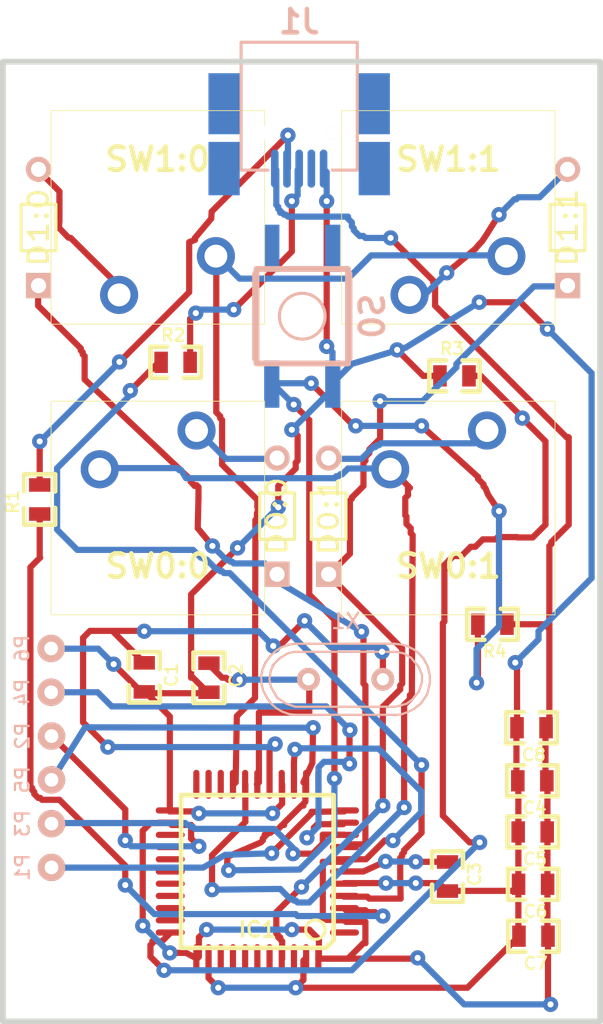
<source format=kicad_pcb>
(kicad_pcb (version 4) (host pcbnew 4.0.2-stable)

  (general
    (links 57)
    (no_connects 0)
    (area 204.635099 142.430499 244.182901 205.727301)
    (thickness 1.6002)
    (drawings 24)
    (tracks 698)
    (zones 0)
    (modules 30)
    (nets 23)
  )

  (page A2)
  (title_block
    (date "3 aug 2012")
  )

  (layers
    (0 Front signal)
    (31 Back signal)
    (32 B.Adhes user hide)
    (33 F.Adhes user hide)
    (34 B.Paste user hide)
    (35 F.Paste user hide)
    (36 B.SilkS user)
    (37 F.SilkS user)
    (38 B.Mask user)
    (39 F.Mask user)
    (40 Dwgs.User user hide)
    (41 Cmts.User user hide)
    (42 Eco1.User user hide)
    (43 Eco2.User user)
    (44 Edge.Cuts user)
    (46 B.CrtYd user hide)
    (49 F.Fab user hide)
  )

  (setup
    (last_trace_width 0.4064)
    (user_trace_width 0.254)
    (user_trace_width 0.4064)
    (trace_clearance 0.2032)
    (zone_clearance 0.508)
    (zone_45_only no)
    (trace_min 0.2032)
    (segment_width 0.381)
    (edge_width 0.381)
    (via_size 1)
    (via_drill 0.4)
    (via_min_size 1)
    (via_min_drill 0.4)
    (uvia_size 0.508)
    (uvia_drill 0.127)
    (uvias_allowed no)
    (uvia_min_size 0.508)
    (uvia_min_drill 0.127)
    (pcb_text_width 0.3048)
    (pcb_text_size 1.524 2.032)
    (mod_edge_width 0.381)
    (mod_text_size 1.524 1.524)
    (mod_text_width 0.3048)
    (pad_size 2.286 2.286)
    (pad_drill 1.4986)
    (pad_to_mask_clearance 0.254)
    (aux_axis_origin 204.6732 142.494)
    (grid_origin 10.16 407.67)
    (visible_elements FFFFF7FF)
    (pcbplotparams
      (layerselection 0x018f0_80000001)
      (usegerberextensions false)
      (excludeedgelayer true)
      (linewidth 0.020000)
      (plotframeref false)
      (viasonmask false)
      (mode 1)
      (useauxorigin false)
      (hpglpennumber 1)
      (hpglpenspeed 20)
      (hpglpendiameter 100)
      (hpglpenoverlay 0)
      (psnegative false)
      (psa4output false)
      (plotreference true)
      (plotvalue true)
      (plotinvisibletext false)
      (padsonsilk false)
      (subtractmaskfromsilk false)
      (outputformat 4)
      (mirror false)
      (drillshape 0)
      (scaleselection 1)
      (outputdirectory gerber/))
  )

  (net 0 "")
  (net 1 /COL0)
  (net 2 /COL1)
  (net 3 /ROW0)
  (net 4 /ROW1)
  (net 5 GND)
  (net 6 VCC)
  (net 7 "Net-(D0:0-Pad1)")
  (net 8 "Net-(D0:1-Pad1)")
  (net 9 "Net-(D1:0-Pad1)")
  (net 10 "Net-(D1:1-Pad1)")
  (net 11 "Net-(C1-Pad1)")
  (net 12 "Net-(C2-Pad1)")
  (net 13 "Net-(C3-Pad1)")
  (net 14 /RES)
  (net 15 "Net-(IC1-Pad4)")
  (net 16 "Net-(IC1-Pad3)")
  (net 17 "Net-(IC1-Pad33)")
  (net 18 "Net-(J1-Pad3)")
  (net 19 "Net-(J1-Pad2)")
  (net 20 /SCK)
  (net 21 /MOSI)
  (net 22 /MISO)

  (net_class Default "This is the default net class."
    (clearance 0.2032)
    (trace_width 0.4064)
    (via_dia 1)
    (via_drill 0.4)
    (uvia_dia 0.508)
    (uvia_drill 0.127)
    (add_net /COL0)
    (add_net /COL1)
    (add_net /MISO)
    (add_net /MOSI)
    (add_net /RES)
    (add_net /ROW0)
    (add_net /ROW1)
    (add_net /SCK)
    (add_net GND)
    (add_net "Net-(C1-Pad1)")
    (add_net "Net-(C2-Pad1)")
    (add_net "Net-(C3-Pad1)")
    (add_net "Net-(D0:0-Pad1)")
    (add_net "Net-(D0:1-Pad1)")
    (add_net "Net-(D1:0-Pad1)")
    (add_net "Net-(D1:1-Pad1)")
    (add_net "Net-(IC1-Pad3)")
    (add_net "Net-(IC1-Pad33)")
    (add_net "Net-(IC1-Pad4)")
    (add_net "Net-(J1-Pad2)")
    (add_net "Net-(J1-Pad3)")
    (add_net VCC)
  )

  (net_class Thick ""
    (clearance 0.2032)
    (trace_width 0.508)
    (via_dia 1)
    (via_drill 0.4)
    (uvia_dia 0.508)
    (uvia_drill 0.127)
  )

  (module 0805:0805C (layer Front) (tedit 56D07672) (tstamp 57BB47F1)
    (at 214.0966 182.9816 270)
    (path /57BBA811)
    (attr smd)
    (fp_text reference C1 (at -0.15 -1.778 450) (layer F.SilkS)
      (effects (font (size 0.8 0.8) (thickness 0.15)))
    )
    (fp_text value 22p (at 0 0 360) (layer F.SilkS) hide
      (effects (font (size 0.635 0.635) (thickness 0.127)))
    )
    (fp_line (start 0.527 -1.016) (end 1.651 -1.016) (layer F.SilkS) (width 0.3))
    (fp_line (start 1.651 -1.016) (end 1.651 1.016) (layer F.SilkS) (width 0.3))
    (fp_line (start 1.651 1.016) (end 0.527 1.016) (layer F.SilkS) (width 0.3))
    (fp_line (start -0.554 -1.016) (end -1.651 -1.016) (layer F.SilkS) (width 0.3))
    (fp_line (start -1.651 -1.016) (end -1.651 1.016) (layer F.SilkS) (width 0.3))
    (fp_line (start -1.651 1.016) (end -0.554 1.016) (layer F.SilkS) (width 0.3))
    (pad 1 smd rect (at -0.9525 0 270) (size 0.889 1.397) (layers Front F.Paste F.Mask)
      (net 11 "Net-(C1-Pad1)"))
    (pad 2 smd rect (at 0.9525 0 270) (size 0.889 1.397) (layers Front F.Paste F.Mask)
      (net 5 GND))
    (model Capacitors_SMD.3dshapes/C_0805.wrl
      (at (xyz 0 0 0))
      (scale (xyz 1 1 1))
      (rotate (xyz 0 0 0))
    )
  )

  (module 0805:0805C (layer Front) (tedit 56D07672) (tstamp 57BB47F7)
    (at 218.3384 183.007 270)
    (path /57BBA091)
    (attr smd)
    (fp_text reference C2 (at -0.15 -1.778 450) (layer F.SilkS)
      (effects (font (size 0.8 0.8) (thickness 0.15)))
    )
    (fp_text value 22p (at 0 0 360) (layer F.SilkS) hide
      (effects (font (size 0.635 0.635) (thickness 0.127)))
    )
    (fp_line (start 0.527 -1.016) (end 1.651 -1.016) (layer F.SilkS) (width 0.3))
    (fp_line (start 1.651 -1.016) (end 1.651 1.016) (layer F.SilkS) (width 0.3))
    (fp_line (start 1.651 1.016) (end 0.527 1.016) (layer F.SilkS) (width 0.3))
    (fp_line (start -0.554 -1.016) (end -1.651 -1.016) (layer F.SilkS) (width 0.3))
    (fp_line (start -1.651 -1.016) (end -1.651 1.016) (layer F.SilkS) (width 0.3))
    (fp_line (start -1.651 1.016) (end -0.554 1.016) (layer F.SilkS) (width 0.3))
    (pad 1 smd rect (at -0.9525 0 270) (size 0.889 1.397) (layers Front F.Paste F.Mask)
      (net 12 "Net-(C2-Pad1)"))
    (pad 2 smd rect (at 0.9525 0 270) (size 0.889 1.397) (layers Front F.Paste F.Mask)
      (net 5 GND))
    (model Capacitors_SMD.3dshapes/C_0805.wrl
      (at (xyz 0 0 0))
      (scale (xyz 1 1 1))
      (rotate (xyz 0 0 0))
    )
  )

  (module 0805:0805C (layer Front) (tedit 56D07672) (tstamp 57BB47FD)
    (at 233.9848 196.0372 270)
    (path /57BB48EC)
    (attr smd)
    (fp_text reference C3 (at -0.15 -1.778 450) (layer F.SilkS)
      (effects (font (size 0.8 0.8) (thickness 0.15)))
    )
    (fp_text value 1u (at 0 0 360) (layer F.SilkS) hide
      (effects (font (size 0.635 0.635) (thickness 0.127)))
    )
    (fp_line (start 0.527 -1.016) (end 1.651 -1.016) (layer F.SilkS) (width 0.3))
    (fp_line (start 1.651 -1.016) (end 1.651 1.016) (layer F.SilkS) (width 0.3))
    (fp_line (start 1.651 1.016) (end 0.527 1.016) (layer F.SilkS) (width 0.3))
    (fp_line (start -0.554 -1.016) (end -1.651 -1.016) (layer F.SilkS) (width 0.3))
    (fp_line (start -1.651 -1.016) (end -1.651 1.016) (layer F.SilkS) (width 0.3))
    (fp_line (start -1.651 1.016) (end -0.554 1.016) (layer F.SilkS) (width 0.3))
    (pad 1 smd rect (at -0.9525 0 270) (size 0.889 1.397) (layers Front F.Paste F.Mask)
      (net 13 "Net-(C3-Pad1)"))
    (pad 2 smd rect (at 0.9525 0 270) (size 0.889 1.397) (layers Front F.Paste F.Mask)
      (net 5 GND))
    (model Capacitors_SMD.3dshapes/C_0805.wrl
      (at (xyz 0 0 0))
      (scale (xyz 1 1 1))
      (rotate (xyz 0 0 0))
    )
  )

  (module 0805:0805C (layer Front) (tedit 56D07672) (tstamp 57BB4803)
    (at 239.5474 189.7634 180)
    (path /57BBD014)
    (attr smd)
    (fp_text reference C4 (at -0.15 -1.778 360) (layer F.SilkS)
      (effects (font (size 0.8 0.8) (thickness 0.15)))
    )
    (fp_text value 100n (at 0 0 270) (layer F.SilkS) hide
      (effects (font (size 0.635 0.635) (thickness 0.127)))
    )
    (fp_line (start 0.527 -1.016) (end 1.651 -1.016) (layer F.SilkS) (width 0.3))
    (fp_line (start 1.651 -1.016) (end 1.651 1.016) (layer F.SilkS) (width 0.3))
    (fp_line (start 1.651 1.016) (end 0.527 1.016) (layer F.SilkS) (width 0.3))
    (fp_line (start -0.554 -1.016) (end -1.651 -1.016) (layer F.SilkS) (width 0.3))
    (fp_line (start -1.651 -1.016) (end -1.651 1.016) (layer F.SilkS) (width 0.3))
    (fp_line (start -1.651 1.016) (end -0.554 1.016) (layer F.SilkS) (width 0.3))
    (pad 1 smd rect (at -0.9525 0 180) (size 0.889 1.397) (layers Front F.Paste F.Mask)
      (net 6 VCC))
    (pad 2 smd rect (at 0.9525 0 180) (size 0.889 1.397) (layers Front F.Paste F.Mask)
      (net 5 GND))
    (model Capacitors_SMD.3dshapes/C_0805.wrl
      (at (xyz 0 0 0))
      (scale (xyz 1 1 1))
      (rotate (xyz 0 0 0))
    )
  )

  (module 0805:0805C (layer Front) (tedit 56D07672) (tstamp 57BB4809)
    (at 239.5728 193.1162 180)
    (path /57BBD17C)
    (attr smd)
    (fp_text reference C5 (at -0.15 -1.778 360) (layer F.SilkS)
      (effects (font (size 0.8 0.8) (thickness 0.15)))
    )
    (fp_text value 100n (at 0 0 270) (layer F.SilkS) hide
      (effects (font (size 0.635 0.635) (thickness 0.127)))
    )
    (fp_line (start 0.527 -1.016) (end 1.651 -1.016) (layer F.SilkS) (width 0.3))
    (fp_line (start 1.651 -1.016) (end 1.651 1.016) (layer F.SilkS) (width 0.3))
    (fp_line (start 1.651 1.016) (end 0.527 1.016) (layer F.SilkS) (width 0.3))
    (fp_line (start -0.554 -1.016) (end -1.651 -1.016) (layer F.SilkS) (width 0.3))
    (fp_line (start -1.651 -1.016) (end -1.651 1.016) (layer F.SilkS) (width 0.3))
    (fp_line (start -1.651 1.016) (end -0.554 1.016) (layer F.SilkS) (width 0.3))
    (pad 1 smd rect (at -0.9525 0 180) (size 0.889 1.397) (layers Front F.Paste F.Mask)
      (net 6 VCC))
    (pad 2 smd rect (at 0.9525 0 180) (size 0.889 1.397) (layers Front F.Paste F.Mask)
      (net 5 GND))
    (model Capacitors_SMD.3dshapes/C_0805.wrl
      (at (xyz 0 0 0))
      (scale (xyz 1 1 1))
      (rotate (xyz 0 0 0))
    )
  )

  (module 0805:0805C (layer Front) (tedit 56D07672) (tstamp 57BB480F)
    (at 239.5982 196.5452 180)
    (path /57BBD2D7)
    (attr smd)
    (fp_text reference C6 (at -0.15 -1.778 360) (layer F.SilkS)
      (effects (font (size 0.8 0.8) (thickness 0.15)))
    )
    (fp_text value 100n (at 0 0 270) (layer F.SilkS) hide
      (effects (font (size 0.635 0.635) (thickness 0.127)))
    )
    (fp_line (start 0.527 -1.016) (end 1.651 -1.016) (layer F.SilkS) (width 0.3))
    (fp_line (start 1.651 -1.016) (end 1.651 1.016) (layer F.SilkS) (width 0.3))
    (fp_line (start 1.651 1.016) (end 0.527 1.016) (layer F.SilkS) (width 0.3))
    (fp_line (start -0.554 -1.016) (end -1.651 -1.016) (layer F.SilkS) (width 0.3))
    (fp_line (start -1.651 -1.016) (end -1.651 1.016) (layer F.SilkS) (width 0.3))
    (fp_line (start -1.651 1.016) (end -0.554 1.016) (layer F.SilkS) (width 0.3))
    (pad 1 smd rect (at -0.9525 0 180) (size 0.889 1.397) (layers Front F.Paste F.Mask)
      (net 6 VCC))
    (pad 2 smd rect (at 0.9525 0 180) (size 0.889 1.397) (layers Front F.Paste F.Mask)
      (net 5 GND))
    (model Capacitors_SMD.3dshapes/C_0805.wrl
      (at (xyz 0 0 0))
      (scale (xyz 1 1 1))
      (rotate (xyz 0 0 0))
    )
  )

  (module 0805:0805C (layer Front) (tedit 56D07672) (tstamp 57BB4815)
    (at 239.6236 199.9488 180)
    (path /57BBD43F)
    (attr smd)
    (fp_text reference C7 (at -0.15 -1.778 360) (layer F.SilkS)
      (effects (font (size 0.8 0.8) (thickness 0.15)))
    )
    (fp_text value 100n (at 0 0 270) (layer F.SilkS) hide
      (effects (font (size 0.635 0.635) (thickness 0.127)))
    )
    (fp_line (start 0.527 -1.016) (end 1.651 -1.016) (layer F.SilkS) (width 0.3))
    (fp_line (start 1.651 -1.016) (end 1.651 1.016) (layer F.SilkS) (width 0.3))
    (fp_line (start 1.651 1.016) (end 0.527 1.016) (layer F.SilkS) (width 0.3))
    (fp_line (start -0.554 -1.016) (end -1.651 -1.016) (layer F.SilkS) (width 0.3))
    (fp_line (start -1.651 -1.016) (end -1.651 1.016) (layer F.SilkS) (width 0.3))
    (fp_line (start -1.651 1.016) (end -0.554 1.016) (layer F.SilkS) (width 0.3))
    (pad 1 smd rect (at -0.9525 0 180) (size 0.889 1.397) (layers Front F.Paste F.Mask)
      (net 6 VCC))
    (pad 2 smd rect (at 0.9525 0 180) (size 0.889 1.397) (layers Front F.Paste F.Mask)
      (net 5 GND))
    (model Capacitors_SMD.3dshapes/C_0805.wrl
      (at (xyz 0 0 0))
      (scale (xyz 1 1 1))
      (rotate (xyz 0 0 0))
    )
  )

  (module 0805:0805C (layer Front) (tedit 56D07672) (tstamp 57BB481B)
    (at 239.4966 186.2836 180)
    (path /57BBCEBA)
    (attr smd)
    (fp_text reference C8 (at -0.15 -1.778 360) (layer F.SilkS)
      (effects (font (size 0.8 0.8) (thickness 0.15)))
    )
    (fp_text value 1u (at 0 0 270) (layer F.SilkS) hide
      (effects (font (size 0.635 0.635) (thickness 0.127)))
    )
    (fp_line (start 0.527 -1.016) (end 1.651 -1.016) (layer F.SilkS) (width 0.3))
    (fp_line (start 1.651 -1.016) (end 1.651 1.016) (layer F.SilkS) (width 0.3))
    (fp_line (start 1.651 1.016) (end 0.527 1.016) (layer F.SilkS) (width 0.3))
    (fp_line (start -0.554 -1.016) (end -1.651 -1.016) (layer F.SilkS) (width 0.3))
    (fp_line (start -1.651 -1.016) (end -1.651 1.016) (layer F.SilkS) (width 0.3))
    (fp_line (start -1.651 1.016) (end -0.554 1.016) (layer F.SilkS) (width 0.3))
    (pad 1 smd rect (at -0.9525 0 180) (size 0.889 1.397) (layers Front F.Paste F.Mask)
      (net 6 VCC))
    (pad 2 smd rect (at 0.9525 0 180) (size 0.889 1.397) (layers Front F.Paste F.Mask)
      (net 5 GND))
    (model Capacitors_SMD.3dshapes/C_0805.wrl
      (at (xyz 0 0 0))
      (scale (xyz 1 1 1))
      (rotate (xyz 0 0 0))
    )
  )

  (module tqfp:TQFP44 (layer Front) (tedit 56D07040) (tstamp 57BB484B)
    (at 221.5134 195.707 180)
    (path /57BB0F85)
    (attr smd)
    (fp_text reference IC1 (at 0 -3.81 180) (layer F.SilkS)
      (effects (font (size 1 1) (thickness 0.2)))
    )
    (fp_text value ATMEGA32U4 (at 0 3.81 180) (layer F.Fab)
      (effects (font (size 1 1) (thickness 0.2)))
    )
    (fp_line (start 5.0038 -5.0038) (end 5.0038 5.0038) (layer F.SilkS) (width 0.3048))
    (fp_line (start 5.0038 5.0038) (end -5.0038 5.0038) (layer F.SilkS) (width 0.3048))
    (fp_line (start -5.0038 -4.5212) (end -5.0038 5.0038) (layer F.SilkS) (width 0.3048))
    (fp_line (start -4.5212 -5.0038) (end 5.0038 -5.0038) (layer F.SilkS) (width 0.3048))
    (fp_line (start -5.0038 -4.5212) (end -4.5212 -5.0038) (layer F.SilkS) (width 0.3048))
    (fp_circle (center -3.81 -3.81) (end -3.81 -3.175) (layer F.SilkS) (width 0.2032))
    (pad 39 smd oval (at 0 -5.715 180) (size 0.4064 1.89992) (layers Front F.Paste F.Mask))
    (pad 40 smd oval (at -0.8001 -5.715 180) (size 0.4064 1.89992) (layers Front F.Paste F.Mask))
    (pad 41 smd oval (at -1.6002 -5.715 180) (size 0.4064 1.89992) (layers Front F.Paste F.Mask)
      (net 2 /COL1))
    (pad 42 smd oval (at -2.4003 -5.715 180) (size 0.4064 1.89992) (layers Front F.Paste F.Mask))
    (pad 43 smd oval (at -3.2004 -5.715 180) (size 0.4064 1.89992) (layers Front F.Paste F.Mask)
      (net 5 GND))
    (pad 44 smd oval (at -4.0005 -5.715 180) (size 0.4064 1.89992) (layers Front F.Paste F.Mask)
      (net 6 VCC))
    (pad 38 smd oval (at 0.8001 -5.715 180) (size 0.4064 1.89992) (layers Front F.Paste F.Mask))
    (pad 37 smd oval (at 1.6002 -5.715 180) (size 0.4064 1.89992) (layers Front F.Paste F.Mask))
    (pad 36 smd oval (at 2.4003 -5.715 180) (size 0.4064 1.89992) (layers Front F.Paste F.Mask))
    (pad 35 smd oval (at 3.2004 -5.715 180) (size 0.4064 1.89992) (layers Front F.Paste F.Mask)
      (net 5 GND))
    (pad 34 smd oval (at 4.0005 -5.715 180) (size 0.4064 1.89992) (layers Front F.Paste F.Mask)
      (net 6 VCC))
    (pad 17 smd oval (at 0 5.715 180) (size 0.4064 1.89992) (layers Front F.Paste F.Mask)
      (net 12 "Net-(C2-Pad1)"))
    (pad 16 smd oval (at -0.8001 5.715 180) (size 0.4064 1.89992) (layers Front F.Paste F.Mask)
      (net 11 "Net-(C1-Pad1)"))
    (pad 15 smd oval (at -1.6002 5.715 180) (size 0.4064 1.89992) (layers Front F.Paste F.Mask)
      (net 5 GND))
    (pad 14 smd oval (at -2.4003 5.715 180) (size 0.4064 1.89992) (layers Front F.Paste F.Mask)
      (net 6 VCC))
    (pad 13 smd oval (at -3.2004 5.715 180) (size 0.4064 1.89992) (layers Front F.Paste F.Mask)
      (net 14 /RES))
    (pad 12 smd oval (at -4.0005 5.715 180) (size 0.4064 1.89992) (layers Front F.Paste F.Mask))
    (pad 18 smd oval (at 0.8001 5.715 180) (size 0.4064 1.89992) (layers Front F.Paste F.Mask)
      (net 3 /ROW0))
    (pad 19 smd oval (at 1.6002 5.715 180) (size 0.4064 1.89992) (layers Front F.Paste F.Mask)
      (net 4 /ROW1))
    (pad 20 smd oval (at 2.4003 5.715 180) (size 0.4064 1.89992) (layers Front F.Paste F.Mask))
    (pad 21 smd oval (at 3.2004 5.715 180) (size 0.4064 1.89992) (layers Front F.Paste F.Mask))
    (pad 22 smd oval (at 4.0005 5.715 180) (size 0.4064 1.89992) (layers Front F.Paste F.Mask))
    (pad 6 smd oval (at -5.715 0 180) (size 1.89992 0.4064) (layers Front F.Paste F.Mask)
      (net 13 "Net-(C3-Pad1)"))
    (pad 28 smd oval (at 5.715 0 180) (size 1.89992 0.4064) (layers Front F.Paste F.Mask))
    (pad 7 smd oval (at -5.715 0.8001 180) (size 1.89992 0.4064) (layers Front F.Paste F.Mask)
      (net 6 VCC))
    (pad 27 smd oval (at 5.715 0.8001 180) (size 1.89992 0.4064) (layers Front F.Paste F.Mask))
    (pad 26 smd oval (at 5.715 1.6002 180) (size 1.89992 0.4064) (layers Front F.Paste F.Mask))
    (pad 8 smd oval (at -5.715 1.6002 180) (size 1.89992 0.4064) (layers Front F.Paste F.Mask)
      (net 1 /COL0))
    (pad 9 smd oval (at -5.715 2.4003 180) (size 1.89992 0.4064) (layers Front F.Paste F.Mask)
      (net 20 /SCK))
    (pad 25 smd oval (at 5.715 2.4003 180) (size 1.89992 0.4064) (layers Front F.Paste F.Mask))
    (pad 24 smd oval (at 5.715 3.2004 180) (size 1.89992 0.4064) (layers Front F.Paste F.Mask)
      (net 6 VCC))
    (pad 10 smd oval (at -5.715 3.2004 180) (size 1.89992 0.4064) (layers Front F.Paste F.Mask)
      (net 21 /MOSI))
    (pad 11 smd oval (at -5.715 4.0005 180) (size 1.89992 0.4064) (layers Front F.Paste F.Mask)
      (net 22 /MISO))
    (pad 23 smd oval (at 5.715 4.0005 180) (size 1.89992 0.4064) (layers Front F.Paste F.Mask)
      (net 5 GND))
    (pad 29 smd oval (at 5.715 -0.8001 180) (size 1.89992 0.4064) (layers Front F.Paste F.Mask))
    (pad 5 smd oval (at -5.715 -0.8001 180) (size 1.89992 0.4064) (layers Front F.Paste F.Mask)
      (net 5 GND))
    (pad 4 smd oval (at -5.715 -1.6002 180) (size 1.89992 0.4064) (layers Front F.Paste F.Mask)
      (net 15 "Net-(IC1-Pad4)"))
    (pad 30 smd oval (at 5.715 -1.6002 180) (size 1.89992 0.4064) (layers Front F.Paste F.Mask))
    (pad 31 smd oval (at 5.715 -2.4003 180) (size 1.89992 0.4064) (layers Front F.Paste F.Mask))
    (pad 3 smd oval (at -5.715 -2.4003 180) (size 1.89992 0.4064) (layers Front F.Paste F.Mask)
      (net 16 "Net-(IC1-Pad3)"))
    (pad 2 smd oval (at -5.715 -3.2004 180) (size 1.89992 0.4064) (layers Front F.Paste F.Mask)
      (net 6 VCC))
    (pad 32 smd oval (at 5.715 -3.2004 180) (size 1.89992 0.4064) (layers Front F.Paste F.Mask))
    (pad 33 smd oval (at 5.715 -4.0005 180) (size 1.89992 0.4064) (layers Front F.Paste F.Mask)
      (net 17 "Net-(IC1-Pad33)"))
    (pad 1 smd oval (at -5.715 -4.0005 180) (size 1.89992 0.4064) (layers Front F.Paste F.Mask))
    (model ${KIPRJMOD}/lib/tqfp.pretty/ipc_tqfp.wrl
      (at (xyz 0 0 0))
      (scale (xyz 315 315 315))
      (rotate (xyz -90 0 0))
    )
  )

  (module usb:67503 (layer Back) (tedit 57BBCD7D) (tstamp 57BB485A)
    (at 224.2566 143.383 180)
    (descr http://www.tme.eu/pl/Document/af7e127923dc7f74ac659db082bbc882/mx54819.pdf)
    (tags 54819)
    (path /57BB5C50)
    (attr smd)
    (fp_text reference J1 (at 0 3.375 360) (layer B.SilkS)
      (effects (font (thickness 0.3048)) (justify mirror))
    )
    (fp_text value USBMINI_B05 (at 0 -1.275 180) (layer B.SilkS) hide
      (effects (font (thickness 0.3048)) (justify mirror))
    )
    (fp_line (start -2.159 -6.35) (end -3.81 -6.35) (layer B.SilkS) (width 0.20066))
    (fp_line (start -3.81 -6.35) (end -3.81 2.032) (layer B.SilkS) (width 0.20066))
    (fp_line (start -3.81 2.032) (end 3.81 2.032) (layer B.SilkS) (width 0.20066))
    (fp_line (start 3.81 2.032) (end 3.81 -6.35) (layer B.SilkS) (width 0.20066))
    (fp_line (start 3.81 -6.35) (end 2.032 -6.35) (layer B.SilkS) (width 0.20066))
    (pad "" smd rect (at -4.92506 -1.99898 180) (size 2.04978 4.0005) (layers Back B.Paste B.Mask))
    (pad "" smd rect (at 4.92506 -1.99898 180) (size 2.04978 4.0005) (layers Back B.Paste B.Mask))
    (pad "" smd rect (at 4.92506 -6.25094 180) (size 2.04978 3.50012) (layers Back B.Paste B.Mask))
    (pad "" smd rect (at -4.92506 -6.25094 180) (size 2.04978 3.50012) (layers Back B.Paste B.Mask))
    (pad 3 smd oval (at 0 -6.2509 180) (size 0.5004 2.5) (layers Back B.Paste B.Mask)
      (net 18 "Net-(J1-Pad3)"))
    (pad 2 smd oval (at 0.8001 -6.2509 180) (size 0.5004 2.5) (layers Back B.Paste B.Mask)
      (net 19 "Net-(J1-Pad2)"))
    (pad 1 smd oval (at 1.6002 -6.2509 180) (size 0.5004 2.5) (layers Back B.Paste B.Mask)
      (net 6 VCC))
    (pad 4 smd oval (at -0.8001 -6.2509 180) (size 0.5004 2.5) (layers Back B.Paste B.Mask))
    (pad 5 smd oval (at -1.6002 -6.2509 180) (size 0.5004 2.5) (layers Back B.Paste B.Mask)
      (net 5 GND))
    (pad "" np_thru_hole circle (at 2.2 -3.9 180) (size 0.9 0.9) (drill 0.9) (layers *.Cu *.Mask))
    (pad "" np_thru_hole circle (at -2.2 -3.9 180) (size 0.9 0.9) (drill 0.9) (layers *.Cu *.Mask B.SilkS))
    (model ${KIPRJMOD}/lib/usb.pretty/usbmini.wrl
      (at (xyz 0 -0.14 0))
      (scale (xyz 1 1 1))
      (rotate (xyz 0 0 180))
    )
  )

  (module dtsm:KSEM31GLFS (layer Back) (tedit 56D0DB93) (tstamp 57BB4886)
    (at 224.4598 159.3088 90)
    (descr http://www.dip.com.tw/PDF/DTSJW-6-V.pdf)
    (tags "microswitch tact")
    (path /57BC2097)
    (attr smd)
    (fp_text reference S0 (at 0 4.6 270) (layer B.SilkS)
      (effects (font (thickness 0.3048)) (justify mirror))
    )
    (fp_text value DTSM-6 (at 0.0991 -4.8006 90) (layer B.SilkS) hide
      (effects (font (thickness 0.3048)) (justify mirror))
    )
    (fp_circle (center 0 0) (end 1.50114 0) (layer B.SilkS) (width 0.20066))
    (fp_line (start -2.79908 -3.0988) (end 2.79908 -3.0988) (layer B.SilkS) (width 0.381))
    (fp_line (start -2.79908 3.0988) (end 2.79908 3.0988) (layer B.SilkS) (width 0.381))
    (fp_line (start -3.0988 2.99974) (end 3.0988 2.99974) (layer B.SilkS) (width 0.381))
    (fp_line (start 3.0988 2.99974) (end 3.0988 -2.99974) (layer B.SilkS) (width 0.381))
    (fp_line (start 3.0988 -2.99974) (end -3.0988 -2.99974) (layer B.SilkS) (width 0.381))
    (fp_line (start -3.0988 -2.99974) (end -3.0988 2.99974) (layer B.SilkS) (width 0.381))
    (pad 1 smd rect (at -4.45 2.0015 90) (size 3.1 1) (layers Back B.Paste B.Mask)
      (net 5 GND))
    (pad 4 smd rect (at 4.45 -1.999 90) (size 3.1 1) (layers Back B.Paste B.Mask))
    (pad 2 smd rect (at 4.45 1.999 90) (size 3.1 1) (layers Back B.Paste B.Mask))
    (pad 3 smd rect (at -4.45 -1.999 90) (size 3.1 1) (layers Back B.Paste B.Mask)
      (net 14 /RES))
    (model ${KIPRJMOD}/lib/dtsm.pretty/dtsm.wrl
      (at (xyz 0 0 0))
      (scale (xyz 390 390 390))
      (rotate (xyz 0 0 90))
    )
  )

  (module Crystals:Crystal_HC49-U_Vertical (layer Back) (tedit 0) (tstamp 57BB488C)
    (at 227.3046 183.1086 180)
    (descr "Crystal Quarz HC49/U vertical stehend")
    (tags "Crystal Quarz HC49/U vertical stehend")
    (path /57BB7956)
    (fp_text reference X1 (at 0 3.81 180) (layer B.SilkS)
      (effects (font (size 1 1) (thickness 0.15)) (justify mirror))
    )
    (fp_text value CRYSTAL (at 0 -3.81 180) (layer B.Fab)
      (effects (font (size 1 1) (thickness 0.15)) (justify mirror))
    )
    (fp_line (start 4.699 1.00076) (end 4.89966 0.59944) (layer B.SilkS) (width 0.15))
    (fp_line (start 4.89966 0.59944) (end 5.00126 0) (layer B.SilkS) (width 0.15))
    (fp_line (start 5.00126 0) (end 4.89966 -0.50038) (layer B.SilkS) (width 0.15))
    (fp_line (start 4.89966 -0.50038) (end 4.50088 -1.19888) (layer B.SilkS) (width 0.15))
    (fp_line (start 4.50088 -1.19888) (end 3.8989 -1.6002) (layer B.SilkS) (width 0.15))
    (fp_line (start 3.8989 -1.6002) (end 3.29946 -1.80086) (layer B.SilkS) (width 0.15))
    (fp_line (start 3.29946 -1.80086) (end -3.29946 -1.80086) (layer B.SilkS) (width 0.15))
    (fp_line (start -3.29946 -1.80086) (end -4.0005 -1.6002) (layer B.SilkS) (width 0.15))
    (fp_line (start -4.0005 -1.6002) (end -4.39928 -1.30048) (layer B.SilkS) (width 0.15))
    (fp_line (start -4.39928 -1.30048) (end -4.8006 -0.8001) (layer B.SilkS) (width 0.15))
    (fp_line (start -4.8006 -0.8001) (end -5.00126 -0.20066) (layer B.SilkS) (width 0.15))
    (fp_line (start -5.00126 -0.20066) (end -5.00126 0.29972) (layer B.SilkS) (width 0.15))
    (fp_line (start -5.00126 0.29972) (end -4.8006 0.8001) (layer B.SilkS) (width 0.15))
    (fp_line (start -4.8006 0.8001) (end -4.30022 1.39954) (layer B.SilkS) (width 0.15))
    (fp_line (start -4.30022 1.39954) (end -3.79984 1.69926) (layer B.SilkS) (width 0.15))
    (fp_line (start -3.79984 1.69926) (end -3.29946 1.80086) (layer B.SilkS) (width 0.15))
    (fp_line (start -3.2004 1.80086) (end 3.40106 1.80086) (layer B.SilkS) (width 0.15))
    (fp_line (start 3.40106 1.80086) (end 3.79984 1.69926) (layer B.SilkS) (width 0.15))
    (fp_line (start 3.79984 1.69926) (end 4.30022 1.39954) (layer B.SilkS) (width 0.15))
    (fp_line (start 4.30022 1.39954) (end 4.8006 0.89916) (layer B.SilkS) (width 0.15))
    (fp_line (start -3.19024 2.32918) (end -3.64998 2.28092) (layer B.SilkS) (width 0.15))
    (fp_line (start -3.64998 2.28092) (end -4.04876 2.16916) (layer B.SilkS) (width 0.15))
    (fp_line (start -4.04876 2.16916) (end -4.48056 1.95072) (layer B.SilkS) (width 0.15))
    (fp_line (start -4.48056 1.95072) (end -4.77012 1.71958) (layer B.SilkS) (width 0.15))
    (fp_line (start -4.77012 1.71958) (end -5.10032 1.36906) (layer B.SilkS) (width 0.15))
    (fp_line (start -5.10032 1.36906) (end -5.38988 0.83058) (layer B.SilkS) (width 0.15))
    (fp_line (start -5.38988 0.83058) (end -5.51942 0.23114) (layer B.SilkS) (width 0.15))
    (fp_line (start -5.51942 0.23114) (end -5.51942 -0.2794) (layer B.SilkS) (width 0.15))
    (fp_line (start -5.51942 -0.2794) (end -5.34924 -0.98044) (layer B.SilkS) (width 0.15))
    (fp_line (start -5.34924 -0.98044) (end -4.95046 -1.56972) (layer B.SilkS) (width 0.15))
    (fp_line (start -4.95046 -1.56972) (end -4.49072 -1.94056) (layer B.SilkS) (width 0.15))
    (fp_line (start -4.49072 -1.94056) (end -4.06908 -2.14884) (layer B.SilkS) (width 0.15))
    (fp_line (start -4.06908 -2.14884) (end -3.6195 -2.30886) (layer B.SilkS) (width 0.15))
    (fp_line (start -3.6195 -2.30886) (end -3.18008 -2.33934) (layer B.SilkS) (width 0.15))
    (fp_line (start 4.16052 -2.1209) (end 4.53898 -1.89992) (layer B.SilkS) (width 0.15))
    (fp_line (start 4.53898 -1.89992) (end 4.85902 -1.62052) (layer B.SilkS) (width 0.15))
    (fp_line (start 4.85902 -1.62052) (end 5.11048 -1.29032) (layer B.SilkS) (width 0.15))
    (fp_line (start 5.11048 -1.29032) (end 5.4102 -0.73914) (layer B.SilkS) (width 0.15))
    (fp_line (start 5.4102 -0.73914) (end 5.51942 -0.26924) (layer B.SilkS) (width 0.15))
    (fp_line (start 5.51942 -0.26924) (end 5.53974 0.1905) (layer B.SilkS) (width 0.15))
    (fp_line (start 5.53974 0.1905) (end 5.45084 0.65024) (layer B.SilkS) (width 0.15))
    (fp_line (start 5.45084 0.65024) (end 5.26034 1.09982) (layer B.SilkS) (width 0.15))
    (fp_line (start 5.26034 1.09982) (end 4.89966 1.56972) (layer B.SilkS) (width 0.15))
    (fp_line (start 4.89966 1.56972) (end 4.54914 1.88976) (layer B.SilkS) (width 0.15))
    (fp_line (start 4.54914 1.88976) (end 4.16052 2.1209) (layer B.SilkS) (width 0.15))
    (fp_line (start 4.16052 2.1209) (end 3.73126 2.2606) (layer B.SilkS) (width 0.15))
    (fp_line (start 3.73126 2.2606) (end 3.2893 2.32918) (layer B.SilkS) (width 0.15))
    (fp_line (start -3.2004 -2.32918) (end 3.2512 -2.32918) (layer B.SilkS) (width 0.15))
    (fp_line (start 3.2512 -2.32918) (end 3.6703 -2.29108) (layer B.SilkS) (width 0.15))
    (fp_line (start 3.6703 -2.29108) (end 4.16052 -2.1209) (layer B.SilkS) (width 0.15))
    (fp_line (start -3.2004 2.32918) (end 3.2512 2.32918) (layer B.SilkS) (width 0.15))
    (pad 1 thru_hole circle (at -2.44094 0 180) (size 1.50114 1.50114) (drill 0.8001) (layers *.Cu *.Mask B.SilkS)
      (net 11 "Net-(C1-Pad1)"))
    (pad 2 thru_hole circle (at 2.44094 0 180) (size 1.50114 1.50114) (drill 0.8001) (layers *.Cu *.Mask B.SilkS)
      (net 12 "Net-(C2-Pad1)"))
  )

  (module mx1a:MX1A (layer Front) (tedit 57BB7A6A) (tstamp 57BB8612)
    (at 214.9856 171.8818)
    (path /57BBE790)
    (fp_text reference SW0:0 (at 0 3.81) (layer F.SilkS)
      (effects (font (thickness 0.3048)))
    )
    (fp_text value F0 (at 0 6.096) (layer Dwgs.User)
      (effects (font (thickness 0.3048)))
    )
    (fp_line (start -7 -7) (end 7 -7) (layer F.SilkS) (width 0.05))
    (fp_line (start 7 -7) (end 7 7) (layer F.SilkS) (width 0.05))
    (fp_line (start 7 7) (end -7 7) (layer F.SilkS) (width 0.05))
    (fp_line (start -7 7) (end -7 -7) (layer F.SilkS) (width 0.05))
    (pad "" np_thru_hole circle (at 0 0) (size 3.98018 3.98018) (drill 3.98018) (layers *.Cu *.Mask))
    (pad 2 thru_hole circle (at 2.54 -5.08) (size 2.49936 2.49936) (drill 1.50114) (layers *.Cu *.Mask)
      (net 7 "Net-(D0:0-Pad1)"))
    (pad 1 thru_hole circle (at -3.81 -2.54) (size 2.49936 2.49936) (drill 1.50114) (layers *.Cu *.Mask)
      (net 3 /ROW0))
    (pad "" np_thru_hole circle (at -5.08 0) (size 1.69926 1.69926) (drill 1.69926) (layers *.Cu *.Mask))
    (pad "" np_thru_hole circle (at 5.08 0) (size 1.69926 1.69926) (drill 1.69926) (layers *.Cu *.Mask))
    (model ${KIPRJMOD}/lib/mx1a.pretty/cherrymx.wrl
      (at (xyz 0 0 0))
      (scale (xyz 1 1 1))
      (rotate (xyz 0 0 0))
    )
  )

  (module mx1a:MX1A (layer Front) (tedit 57BB7A6A) (tstamp 57BB861F)
    (at 234.0356 171.8818)
    (path /4EB1DDAB)
    (fp_text reference SW0:1 (at 0 3.81) (layer F.SilkS)
      (effects (font (thickness 0.3048)))
    )
    (fp_text value CTRL (at 0 6.096) (layer Dwgs.User)
      (effects (font (thickness 0.3048)))
    )
    (fp_line (start -7 -7) (end 7 -7) (layer F.SilkS) (width 0.05))
    (fp_line (start 7 -7) (end 7 7) (layer F.SilkS) (width 0.05))
    (fp_line (start 7 7) (end -7 7) (layer F.SilkS) (width 0.05))
    (fp_line (start -7 7) (end -7 -7) (layer F.SilkS) (width 0.05))
    (pad "" np_thru_hole circle (at 0 0) (size 3.98018 3.98018) (drill 3.98018) (layers *.Cu *.Mask))
    (pad 2 thru_hole circle (at 2.54 -5.08) (size 2.49936 2.49936) (drill 1.50114) (layers *.Cu *.Mask)
      (net 8 "Net-(D0:1-Pad1)"))
    (pad 1 thru_hole circle (at -3.81 -2.54) (size 2.49936 2.49936) (drill 1.50114) (layers *.Cu *.Mask)
      (net 3 /ROW0))
    (pad "" np_thru_hole circle (at -5.08 0) (size 1.69926 1.69926) (drill 1.69926) (layers *.Cu *.Mask))
    (pad "" np_thru_hole circle (at 5.08 0) (size 1.69926 1.69926) (drill 1.69926) (layers *.Cu *.Mask))
    (model ${KIPRJMOD}/lib/mx1a.pretty/cherrymx.wrl
      (at (xyz 0 0 0))
      (scale (xyz 1 1 1))
      (rotate (xyz 0 0 0))
    )
  )

  (module mx1a:MX1A (layer Front) (tedit 57BB7A6A) (tstamp 57BB8687)
    (at 214.9856 152.8318 180)
    (path /57BBE463)
    (fp_text reference SW1:0 (at 0 3.81 180) (layer F.SilkS)
      (effects (font (thickness 0.3048)))
    )
    (fp_text value F1 (at 0 6.096 180) (layer Dwgs.User)
      (effects (font (thickness 0.3048)))
    )
    (fp_line (start -7 -7) (end 7 -7) (layer F.SilkS) (width 0.05))
    (fp_line (start 7 -7) (end 7 7) (layer F.SilkS) (width 0.05))
    (fp_line (start 7 7) (end -7 7) (layer F.SilkS) (width 0.05))
    (fp_line (start -7 7) (end -7 -7) (layer F.SilkS) (width 0.05))
    (pad "" np_thru_hole circle (at 0 0 180) (size 3.98018 3.98018) (drill 3.98018) (layers *.Cu *.Mask))
    (pad 2 thru_hole circle (at 2.54 -5.08 180) (size 2.49936 2.49936) (drill 1.50114) (layers *.Cu *.Mask)
      (net 9 "Net-(D1:0-Pad1)"))
    (pad 1 thru_hole circle (at -3.81 -2.54 180) (size 2.49936 2.49936) (drill 1.50114) (layers *.Cu *.Mask)
      (net 4 /ROW1))
    (pad "" np_thru_hole circle (at -5.08 0 180) (size 1.69926 1.69926) (drill 1.69926) (layers *.Cu *.Mask))
    (pad "" np_thru_hole circle (at 5.08 0 180) (size 1.69926 1.69926) (drill 1.69926) (layers *.Cu *.Mask))
    (model ${KIPRJMOD}/lib/mx1a.pretty/cherrymx.wrl
      (at (xyz 0 0 0))
      (scale (xyz 1 1 1))
      (rotate (xyz 0 0 0))
    )
  )

  (module mx1a:MX1A (layer Front) (tedit 57BB7A6A) (tstamp 57BB8694)
    (at 234.0356 152.8318 180)
    (path /4D92DF99)
    (fp_text reference SW1:1 (at 0 3.81 180) (layer F.SilkS)
      (effects (font (thickness 0.3048)))
    )
    (fp_text value SHIFT (at 0 6.096 180) (layer Dwgs.User)
      (effects (font (thickness 0.3048)))
    )
    (fp_line (start -7 -7) (end 7 -7) (layer F.SilkS) (width 0.05))
    (fp_line (start 7 -7) (end 7 7) (layer F.SilkS) (width 0.05))
    (fp_line (start 7 7) (end -7 7) (layer F.SilkS) (width 0.05))
    (fp_line (start -7 7) (end -7 -7) (layer F.SilkS) (width 0.05))
    (pad "" np_thru_hole circle (at 0 0 180) (size 3.98018 3.98018) (drill 3.98018) (layers *.Cu *.Mask))
    (pad 2 thru_hole circle (at 2.54 -5.08 180) (size 2.49936 2.49936) (drill 1.50114) (layers *.Cu *.Mask)
      (net 10 "Net-(D1:1-Pad1)"))
    (pad 1 thru_hole circle (at -3.81 -2.54 180) (size 2.49936 2.49936) (drill 1.50114) (layers *.Cu *.Mask)
      (net 4 /ROW1))
    (pad "" np_thru_hole circle (at -5.08 0 180) (size 1.69926 1.69926) (drill 1.69926) (layers *.Cu *.Mask))
    (pad "" np_thru_hole circle (at 5.08 0 180) (size 1.69926 1.69926) (drill 1.69926) (layers *.Cu *.Mask))
    (model ${KIPRJMOD}/lib/mx1a.pretty/cherrymx.wrl
      (at (xyz 0 0 0))
      (scale (xyz 1 1 1))
      (rotate (xyz 0 0 0))
    )
  )

  (module diode:DIODE (layer Front) (tedit 4E0F7A99) (tstamp 57BB8FF9)
    (at 222.8088 172.4152 270)
    (path /57BBE796)
    (fp_text reference D0:0 (at 0 0 270) (layer F.SilkS)
      (effects (font (size 1.27 1.524) (thickness 0.2032)))
    )
    (fp_text value D (at 0 0 270) (layer F.SilkS) hide
      (effects (font (size 1.27 1.524) (thickness 0.2032)))
    )
    (fp_line (start -1.524 -1.143) (end 1.524 -1.143) (layer F.SilkS) (width 0.2032))
    (fp_line (start 1.524 -1.143) (end 1.524 1.143) (layer F.SilkS) (width 0.2032))
    (fp_line (start 1.524 1.143) (end -1.524 1.143) (layer F.SilkS) (width 0.2032))
    (fp_line (start -1.524 1.143) (end -1.524 -1.143) (layer F.SilkS) (width 0.2032))
    (pad 1 thru_hole circle (at -3.81 0 270) (size 1.651 1.651) (drill 0.9906) (layers *.Cu *.SilkS *.Mask)
      (net 7 "Net-(D0:0-Pad1)"))
    (pad 2 thru_hole rect (at 3.81 0 270) (size 1.651 1.651) (drill 0.9906) (layers *.Cu *.SilkS *.Mask)
      (net 1 /COL0))
  )

  (module diode:DIODE (layer Front) (tedit 4E0F7A99) (tstamp 57BB9002)
    (at 226.187 172.4152 270)
    (path /4EB1DDAA)
    (fp_text reference D0:1 (at 0 0 270) (layer F.SilkS)
      (effects (font (size 1.27 1.524) (thickness 0.2032)))
    )
    (fp_text value D (at 0 0 270) (layer F.SilkS) hide
      (effects (font (size 1.27 1.524) (thickness 0.2032)))
    )
    (fp_line (start -1.524 -1.143) (end 1.524 -1.143) (layer F.SilkS) (width 0.2032))
    (fp_line (start 1.524 -1.143) (end 1.524 1.143) (layer F.SilkS) (width 0.2032))
    (fp_line (start 1.524 1.143) (end -1.524 1.143) (layer F.SilkS) (width 0.2032))
    (fp_line (start -1.524 1.143) (end -1.524 -1.143) (layer F.SilkS) (width 0.2032))
    (pad 1 thru_hole circle (at -3.81 0 270) (size 1.651 1.651) (drill 0.9906) (layers *.Cu *.SilkS *.Mask)
      (net 8 "Net-(D0:1-Pad1)"))
    (pad 2 thru_hole rect (at 3.81 0 270) (size 1.651 1.651) (drill 0.9906) (layers *.Cu *.SilkS *.Mask)
      (net 2 /COL1))
  )

  (module diode:DIODE (layer Front) (tedit 4E0F7A99) (tstamp 57BB905C)
    (at 207.1624 153.4922 270)
    (path /57BBE45D)
    (fp_text reference D1:0 (at 0 0 270) (layer F.SilkS)
      (effects (font (size 1.27 1.524) (thickness 0.2032)))
    )
    (fp_text value D (at 0 0 270) (layer F.SilkS) hide
      (effects (font (size 1.27 1.524) (thickness 0.2032)))
    )
    (fp_line (start -1.524 -1.143) (end 1.524 -1.143) (layer F.SilkS) (width 0.2032))
    (fp_line (start 1.524 -1.143) (end 1.524 1.143) (layer F.SilkS) (width 0.2032))
    (fp_line (start 1.524 1.143) (end -1.524 1.143) (layer F.SilkS) (width 0.2032))
    (fp_line (start -1.524 1.143) (end -1.524 -1.143) (layer F.SilkS) (width 0.2032))
    (pad 1 thru_hole circle (at -3.81 0 270) (size 1.651 1.651) (drill 0.9906) (layers *.Cu *.SilkS *.Mask)
      (net 9 "Net-(D1:0-Pad1)"))
    (pad 2 thru_hole rect (at 3.81 0 270) (size 1.651 1.651) (drill 0.9906) (layers *.Cu *.SilkS *.Mask)
      (net 1 /COL0))
  )

  (module diode:DIODE (layer Front) (tedit 4E0F7A99) (tstamp 57BB9065)
    (at 241.8588 153.4922 270)
    (path /4D9C9F27)
    (fp_text reference D1:1 (at 0 0 270) (layer F.SilkS)
      (effects (font (size 1.27 1.524) (thickness 0.2032)))
    )
    (fp_text value D (at 0 0 270) (layer F.SilkS) hide
      (effects (font (size 1.27 1.524) (thickness 0.2032)))
    )
    (fp_line (start -1.524 -1.143) (end 1.524 -1.143) (layer F.SilkS) (width 0.2032))
    (fp_line (start 1.524 -1.143) (end 1.524 1.143) (layer F.SilkS) (width 0.2032))
    (fp_line (start 1.524 1.143) (end -1.524 1.143) (layer F.SilkS) (width 0.2032))
    (fp_line (start -1.524 1.143) (end -1.524 -1.143) (layer F.SilkS) (width 0.2032))
    (pad 1 thru_hole circle (at -3.81 0 270) (size 1.651 1.651) (drill 0.9906) (layers *.Cu *.SilkS *.Mask)
      (net 10 "Net-(D1:1-Pad1)"))
    (pad 2 thru_hole rect (at 3.81 0 270) (size 1.651 1.651) (drill 0.9906) (layers *.Cu *.SilkS *.Mask)
      (net 2 /COL1))
  )

  (module pin:pad (layer Back) (tedit 571531BE) (tstamp 57BB9561)
    (at 208.0133 195.4403 90)
    (path /57BC2FA0)
    (fp_text reference P1 (at 0 -1.905 90) (layer B.SilkS)
      (effects (font (size 0.9 0.9) (thickness 0.15)) (justify mirror))
    )
    (fp_text value CONN_1 (at 0.762 2.3495 90) (layer B.SilkS) hide
      (effects (font (size 0.9 0.9) (thickness 0.15)) (justify mirror))
    )
    (pad 1 thru_hole circle (at 0 0 90) (size 1.8 1.8) (drill 0.9) (layers *.Cu *.Mask B.SilkS)
      (net 22 /MISO))
  )

  (module pin:pad (layer Back) (tedit 571531BE) (tstamp 57BB9566)
    (at 208.0133 186.8297 90)
    (path /57BC33CF)
    (fp_text reference P2 (at 0 -1.905 90) (layer B.SilkS)
      (effects (font (size 0.9 0.9) (thickness 0.15)) (justify mirror))
    )
    (fp_text value CONN_1 (at 0.762 2.3495 90) (layer B.SilkS) hide
      (effects (font (size 0.9 0.9) (thickness 0.15)) (justify mirror))
    )
    (pad 1 thru_hole circle (at 0 0 90) (size 1.8 1.8) (drill 0.9) (layers *.Cu *.Mask B.SilkS)
      (net 6 VCC))
  )

  (module pin:pad (layer Back) (tedit 571531BE) (tstamp 57BB956B)
    (at 208.0133 192.5701 90)
    (path /57BC3108)
    (fp_text reference P3 (at 0 -1.905 90) (layer B.SilkS)
      (effects (font (size 0.9 0.9) (thickness 0.15)) (justify mirror))
    )
    (fp_text value CONN_1 (at 0.762 2.3495 90) (layer B.SilkS) hide
      (effects (font (size 0.9 0.9) (thickness 0.15)) (justify mirror))
    )
    (pad 1 thru_hole circle (at 0 0 90) (size 1.8 1.8) (drill 0.9) (layers *.Cu *.Mask B.SilkS)
      (net 20 /SCK))
  )

  (module pin:pad (layer Back) (tedit 571531BE) (tstamp 57BB9570)
    (at 207.9879 183.9595 90)
    (path /57BC3543)
    (fp_text reference P4 (at 0 -1.905 90) (layer B.SilkS)
      (effects (font (size 0.9 0.9) (thickness 0.15)) (justify mirror))
    )
    (fp_text value CONN_1 (at 0.762 2.3495 90) (layer B.SilkS) hide
      (effects (font (size 0.9 0.9) (thickness 0.15)) (justify mirror))
    )
    (pad 1 thru_hole circle (at 0 0 90) (size 1.8 1.8) (drill 0.9) (layers *.Cu *.Mask B.SilkS)
      (net 21 /MOSI))
  )

  (module pin:pad (layer Back) (tedit 571531BE) (tstamp 57BB9575)
    (at 208.0133 189.6999 90)
    (path /57BC326A)
    (fp_text reference P5 (at 0 -1.905 90) (layer B.SilkS)
      (effects (font (size 0.9 0.9) (thickness 0.15)) (justify mirror))
    )
    (fp_text value CONN_1 (at 0.762 2.3495 90) (layer B.SilkS) hide
      (effects (font (size 0.9 0.9) (thickness 0.15)) (justify mirror))
    )
    (pad 1 thru_hole circle (at 0 0 90) (size 1.8 1.8) (drill 0.9) (layers *.Cu *.Mask B.SilkS)
      (net 14 /RES))
  )

  (module pin:pad (layer Back) (tedit 571531BE) (tstamp 57BB957A)
    (at 207.9879 181.0893 90)
    (path /57BC36AB)
    (fp_text reference P6 (at 0 -1.905 90) (layer B.SilkS)
      (effects (font (size 0.9 0.9) (thickness 0.15)) (justify mirror))
    )
    (fp_text value CONN_1 (at 0.762 2.3495 90) (layer B.SilkS) hide
      (effects (font (size 0.9 0.9) (thickness 0.15)) (justify mirror))
    )
    (pad 1 thru_hole circle (at 0 0 90) (size 1.8 1.8) (drill 0.9) (layers *.Cu *.Mask B.SilkS)
      (net 5 GND))
  )

  (module 0805:0805R (layer Front) (tedit 56D07672) (tstamp 57C63C3E)
    (at 207.2386 171.323 90)
    (path /57BB7A0D)
    (attr smd)
    (fp_text reference R1 (at -0.15 -1.778 270) (layer F.SilkS)
      (effects (font (size 0.8 0.8) (thickness 0.15)))
    )
    (fp_text value 22 (at 0 0 180) (layer F.SilkS) hide
      (effects (font (size 0.635 0.635) (thickness 0.127)))
    )
    (fp_line (start 0.527 -1.016) (end 1.651 -1.016) (layer F.SilkS) (width 0.3))
    (fp_line (start 1.651 -1.016) (end 1.651 1.016) (layer F.SilkS) (width 0.3))
    (fp_line (start 1.651 1.016) (end 0.527 1.016) (layer F.SilkS) (width 0.3))
    (fp_line (start -0.554 -1.016) (end -1.651 -1.016) (layer F.SilkS) (width 0.3))
    (fp_line (start -1.651 -1.016) (end -1.651 1.016) (layer F.SilkS) (width 0.3))
    (fp_line (start -1.651 1.016) (end -0.554 1.016) (layer F.SilkS) (width 0.3))
    (pad 1 smd rect (at -0.9525 0 90) (size 0.889 1.397) (layers Front F.Paste F.Mask)
      (net 16 "Net-(IC1-Pad3)"))
    (pad 2 smd rect (at 0.9525 0 90) (size 0.889 1.397) (layers Front F.Paste F.Mask)
      (net 19 "Net-(J1-Pad2)"))
    (model Resistors_SMD.3dshapes/R_0805.wrl
      (at (xyz 0 0 0))
      (scale (xyz 1 1 1))
      (rotate (xyz 0 0 0))
    )
  )

  (module 0805:0805R (layer Front) (tedit 56D07672) (tstamp 57C63C43)
    (at 216.154 162.3314)
    (path /57BB812E)
    (attr smd)
    (fp_text reference R2 (at -0.15 -1.778 180) (layer F.SilkS)
      (effects (font (size 0.8 0.8) (thickness 0.15)))
    )
    (fp_text value 22 (at 0 0 90) (layer F.SilkS) hide
      (effects (font (size 0.635 0.635) (thickness 0.127)))
    )
    (fp_line (start 0.527 -1.016) (end 1.651 -1.016) (layer F.SilkS) (width 0.3))
    (fp_line (start 1.651 -1.016) (end 1.651 1.016) (layer F.SilkS) (width 0.3))
    (fp_line (start 1.651 1.016) (end 0.527 1.016) (layer F.SilkS) (width 0.3))
    (fp_line (start -0.554 -1.016) (end -1.651 -1.016) (layer F.SilkS) (width 0.3))
    (fp_line (start -1.651 -1.016) (end -1.651 1.016) (layer F.SilkS) (width 0.3))
    (fp_line (start -1.651 1.016) (end -0.554 1.016) (layer F.SilkS) (width 0.3))
    (pad 1 smd rect (at -0.9525 0) (size 0.889 1.397) (layers Front F.Paste F.Mask)
      (net 15 "Net-(IC1-Pad4)"))
    (pad 2 smd rect (at 0.9525 0) (size 0.889 1.397) (layers Front F.Paste F.Mask)
      (net 18 "Net-(J1-Pad3)"))
    (model Resistors_SMD.3dshapes/R_0805.wrl
      (at (xyz 0 0 0))
      (scale (xyz 1 1 1))
      (rotate (xyz 0 0 0))
    )
  )

  (module 0805:0805R (layer Front) (tedit 56D07672) (tstamp 57C63C48)
    (at 234.442 163.2204)
    (path /57BB6C25)
    (attr smd)
    (fp_text reference R3 (at -0.15 -1.778 180) (layer F.SilkS)
      (effects (font (size 0.8 0.8) (thickness 0.15)))
    )
    (fp_text value 10k (at 0 0 90) (layer F.SilkS) hide
      (effects (font (size 0.635 0.635) (thickness 0.127)))
    )
    (fp_line (start 0.527 -1.016) (end 1.651 -1.016) (layer F.SilkS) (width 0.3))
    (fp_line (start 1.651 -1.016) (end 1.651 1.016) (layer F.SilkS) (width 0.3))
    (fp_line (start 1.651 1.016) (end 0.527 1.016) (layer F.SilkS) (width 0.3))
    (fp_line (start -0.554 -1.016) (end -1.651 -1.016) (layer F.SilkS) (width 0.3))
    (fp_line (start -1.651 -1.016) (end -1.651 1.016) (layer F.SilkS) (width 0.3))
    (fp_line (start -1.651 1.016) (end -0.554 1.016) (layer F.SilkS) (width 0.3))
    (pad 1 smd rect (at -0.9525 0) (size 0.889 1.397) (layers Front F.Paste F.Mask)
      (net 5 GND))
    (pad 2 smd rect (at 0.9525 0) (size 0.889 1.397) (layers Front F.Paste F.Mask)
      (net 17 "Net-(IC1-Pad33)"))
    (model Resistors_SMD.3dshapes/R_0805.wrl
      (at (xyz 0 0 0))
      (scale (xyz 1 1 1))
      (rotate (xyz 0 0 0))
    )
  )

  (module 0805:0805R (layer Front) (tedit 56D07672) (tstamp 57C63C4D)
    (at 236.9312 179.5018 180)
    (path /57BC1774)
    (attr smd)
    (fp_text reference R4 (at -0.15 -1.778 360) (layer F.SilkS)
      (effects (font (size 0.8 0.8) (thickness 0.15)))
    )
    (fp_text value 10k (at 0 0 270) (layer F.SilkS) hide
      (effects (font (size 0.635 0.635) (thickness 0.127)))
    )
    (fp_line (start 0.527 -1.016) (end 1.651 -1.016) (layer F.SilkS) (width 0.3))
    (fp_line (start 1.651 -1.016) (end 1.651 1.016) (layer F.SilkS) (width 0.3))
    (fp_line (start 1.651 1.016) (end 0.527 1.016) (layer F.SilkS) (width 0.3))
    (fp_line (start -0.554 -1.016) (end -1.651 -1.016) (layer F.SilkS) (width 0.3))
    (fp_line (start -1.651 -1.016) (end -1.651 1.016) (layer F.SilkS) (width 0.3))
    (fp_line (start -1.651 1.016) (end -0.554 1.016) (layer F.SilkS) (width 0.3))
    (pad 1 smd rect (at -0.9525 0 180) (size 0.889 1.397) (layers Front F.Paste F.Mask)
      (net 6 VCC))
    (pad 2 smd rect (at 0.9525 0 180) (size 0.889 1.397) (layers Front F.Paste F.Mask)
      (net 14 /RES))
    (model Resistors_SMD.3dshapes/R_0805.wrl
      (at (xyz 0 0 0))
      (scale (xyz 1 1 1))
      (rotate (xyz 0 0 0))
    )
  )

  (gr_text "Test BRD\nREV 1\n" (at 208.7626 202.2348) (layer Eco2.User)
    (effects (font (size 2.032 1) (thickness 0.25)))
  )
  (gr_line (start 204.8256 198.5264) (end 204.8256 205.5114) (angle 90) (layer Edge.Cuts) (width 0.381))
  (gr_line (start 243.9924 198.5264) (end 243.9924 205.5368) (angle 90) (layer Edge.Cuts) (width 0.381))
  (gr_line (start 204.8256 142.6464) (end 204.8764 142.6972) (angle 90) (layer Edge.Cuts) (width 0.381))
  (gr_line (start 204.8256 198.5518) (end 204.8256 142.6464) (angle 90) (layer Edge.Cuts) (width 0.381))
  (gr_line (start 243.967 205.5368) (end 204.8256 205.5368) (angle 90) (layer Edge.Cuts) (width 0.381))
  (gr_line (start 243.9924 142.621) (end 243.9924 198.5518) (angle 90) (layer Edge.Cuts) (width 0.381))
  (gr_line (start 204.8256 142.621) (end 243.9924 142.621) (angle 90) (layer Edge.Cuts) (width 0.381))
  (gr_line (start 227.0273 159.8343) (end 227.0273 145.8334) (layer Eco2.User) (width 0.1))
  (gr_line (start 241.028 159.8343) (end 227.0273 159.8343) (layer Eco2.User) (width 0.1))
  (gr_line (start 241.028 145.8334) (end 241.028 159.8343) (layer Eco2.User) (width 0.1))
  (gr_line (start 227.0273 145.8334) (end 241.028 145.8334) (layer Eco2.User) (width 0.1))
  (gr_line (start 207.97727 159.8343) (end 207.97727 145.8334) (layer Eco2.User) (width 0.1))
  (gr_line (start 221.9782 159.8343) (end 207.97727 159.8343) (layer Eco2.User) (width 0.1))
  (gr_line (start 221.9782 145.8334) (end 221.9782 159.8343) (layer Eco2.User) (width 0.1))
  (gr_line (start 207.97727 145.8334) (end 221.9782 145.8334) (layer Eco2.User) (width 0.1))
  (gr_line (start 227.0273 178.88432) (end 227.0273 164.8835) (layer Eco2.User) (width 0.1))
  (gr_line (start 241.028 178.88432) (end 227.0273 178.88432) (layer Eco2.User) (width 0.1))
  (gr_line (start 241.028 164.8835) (end 241.028 178.88432) (layer Eco2.User) (width 0.1))
  (gr_line (start 227.0273 164.8835) (end 241.028 164.8835) (layer Eco2.User) (width 0.1))
  (gr_line (start 207.97727 178.88432) (end 207.97727 164.8835) (layer Eco2.User) (width 0.1))
  (gr_line (start 221.9782 178.88432) (end 207.97727 178.88432) (layer Eco2.User) (width 0.1))
  (gr_line (start 221.9782 164.8835) (end 221.9782 178.88432) (layer Eco2.User) (width 0.1))
  (gr_line (start 207.97727 164.8835) (end 221.9782 164.8835) (layer Eco2.User) (width 0.1))

  (segment (start 217.6526 171.2468) (end 217.6526 170.5102) (width 0.4064) (layer Front) (net 1))
  (segment (start 207.137 157.353) (end 207.137 158.623) (width 0.4064) (layer Front) (net 1) (status 80000))
  (segment (start 209.931 161.417) (end 207.137 158.623) (width 0.4064) (layer Front) (net 1) (status 80000))
  (segment (start 209.931 161.544) (end 209.931 161.417) (width 0.4064) (layer Front) (net 1) (status 80000))
  (segment (start 210.058 161.671) (end 209.931 161.544) (width 0.4064) (layer Front) (net 1) (status 80000))
  (segment (start 210.058 161.798) (end 210.058 161.671) (width 0.4064) (layer Front) (net 1) (status 80000))
  (segment (start 210.185 161.925) (end 210.058 161.798) (width 0.4064) (layer Front) (net 1) (status 80000))
  (segment (start 210.185 163.449) (end 210.185 161.925) (width 0.4064) (layer Front) (net 1) (status 80000))
  (segment (start 217.1446 170.0276) (end 210.185 163.449) (width 0.4064) (layer Front) (net 1) (status 80000))
  (segment (start 217.1446 170.1546) (end 217.1446 170.0276) (width 0.4064) (layer Front) (net 1) (status 80000))
  (segment (start 217.3986 170.434) (end 217.1446 170.1546) (width 0.4064) (layer Front) (net 1) (status 80000))
  (segment (start 217.5256 170.3832) (end 217.3986 170.434) (width 0.4064) (layer Front) (net 1) (status 80000))
  (segment (start 217.6526 170.5102) (end 217.5256 170.3832) (width 0.4064) (layer Front) (net 1) (status 80000))
  (segment (start 217.6018 173.2026) (end 217.6526 171.2468) (width 0.4064) (layer Front) (net 1) (status 80000))
  (segment (start 218.567 174.371) (end 217.6018 173.2026) (width 0.4064) (layer Front) (net 1) (status 80000))
  (via (at 218.567 174.371) (size 1) (layers Front Back) (net 1) (status 80000))
  (segment (start 219.456 175.26) (end 218.567 174.371) (width 0.4064) (layer Back) (net 1) (status 80000))
  (segment (start 219.583 175.26) (end 219.456 175.26) (width 0.4064) (layer Back) (net 1) (status 80000))
  (segment (start 219.71 175.387) (end 219.583 175.26) (width 0.4064) (layer Back) (net 1) (status 80000))
  (segment (start 219.837 175.387) (end 219.71 175.387) (width 0.4064) (layer Back) (net 1) (status 80000))
  (segment (start 219.964 175.514) (end 219.837 175.387) (width 0.4064) (layer Back) (net 1) (status 80000))
  (segment (start 219.964 175.514) (end 221.996 175.514) (width 0.4064) (layer Back) (net 1) (status 80000))
  (segment (start 222.8088 176.2252) (end 222.631 176.149) (width 0.4064) (layer Back) (net 1) (status 80000))
  (segment (start 222.631 176.149) (end 221.996 175.514) (width 0.4064) (layer Back) (net 1) (status 80000))
  (segment (start 207.137 157.353) (end 207.1624 157.3022) (width 0.4064) (layer Front) (net 1) (tstamp 57BC68DA) (status 80000))
  (segment (start 222.8088 176.2252) (end 222.758 176.276) (width 0.4064) (layer Back) (net 1) (status 80000))
  (segment (start 222.758 176.276) (end 222.758 176.657) (width 0.4064) (layer Back) (net 1) (status 80000))
  (segment (start 222.758 176.657) (end 228.346 179.9844) (width 0.4064) (layer Back) (net 1) (status 80000))
  (via (at 228.346 179.9844) (size 1) (layers Front Back) (net 1) (status 80000))
  (segment (start 228.346 179.9844) (end 228.473 180.1114) (width 0.4064) (layer Front) (net 1) (status 80000))
  (segment (start 228.473 180.1114) (end 228.473 183.388) (width 0.4064) (layer Front) (net 1) (status 80000))
  (segment (start 228.473 183.388) (end 228.6 183.515) (width 0.4064) (layer Front) (net 1) (status 80000))
  (segment (start 228.6 183.515) (end 228.6 193.929) (width 0.4064) (layer Front) (net 1) (status 80000))
  (segment (start 228.6 193.929) (end 227.33 193.929) (width 0.4064) (layer Front) (net 1) (status 80000))
  (segment (start 227.33 193.929) (end 227.203 194.056) (width 0.4064) (layer Front) (net 1) (status 80000))
  (segment (start 227.203 194.056) (end 227.2284 194.1068) (width 0.4064) (layer Front) (net 1) (tstamp 57BC68D1) (status 80000))
  (segment (start 234.569 162.433) (end 234.569 162.6616) (width 0.4064) (layer Back) (net 2))
  (segment (start 234.569 162.433) (end 239.649 157.353) (width 0.4064) (layer Back) (net 2) (status 80000))
  (segment (start 241.808 157.353) (end 239.649 157.353) (width 0.4064) (layer Back) (net 2) (status 80000))
  (segment (start 228.854 168.0464) (end 228.854 168.275) (width 0.4064) (layer Front) (net 2) (tstamp 57C63D89))
  (segment (start 229.5652 167.3352) (end 228.854 168.0464) (width 0.4064) (layer Front) (net 2) (tstamp 57C63D85))
  (segment (start 229.5652 164.8714) (end 229.5652 167.3352) (width 0.4064) (layer Front) (net 2) (tstamp 57C63D84))
  (via (at 229.5652 164.8714) (size 1) (drill 0.4) (layers Front Back) (net 2))
  (segment (start 232.3592 164.8714) (end 229.5652 164.8714) (width 0.4064) (layer Back) (net 2) (tstamp 57C63D7C))
  (segment (start 234.569 162.6616) (end 232.3592 164.8714) (width 0.4064) (layer Back) (net 2) (tstamp 57C63D6B))
  (segment (start 226.187 176.2252) (end 226.187 176.276) (width 0.4064) (layer Front) (net 2) (status 80000))
  (segment (start 226.187 176.276) (end 227.584 174.879) (width 0.4064) (layer Front) (net 2) (status 80000))
  (segment (start 228.6 168.529) (end 228.854 168.275) (width 0.4064) (layer Front) (net 2) (status 80000))
  (segment (start 228.6 168.783) (end 228.6 168.529) (width 0.4064) (layer Front) (net 2) (status 80000))
  (segment (start 228.473 168.91) (end 228.6 168.783) (width 0.4064) (layer Front) (net 2) (status 80000))
  (segment (start 228.473 170.434) (end 228.473 168.91) (width 0.4064) (layer Front) (net 2) (status 80000))
  (segment (start 227.711 171.196) (end 228.473 170.434) (width 0.4064) (layer Front) (net 2) (status 80000))
  (segment (start 227.711 171.2722) (end 227.711 171.196) (width 0.4064) (layer Front) (net 2) (status 80000))
  (segment (start 227.584 171.3992) (end 227.711 171.2722) (width 0.4064) (layer Front) (net 2) (status 80000))
  (segment (start 227.584 174.879) (end 227.584 171.3992) (width 0.4064) (layer Front) (net 2) (status 80000))
  (segment (start 228.854 168.275) (end 228.854 168.148) (width 0.4064) (layer Front) (net 2) (status 80000))
  (segment (start 241.808 157.353) (end 241.8588 157.3022) (width 0.4064) (layer Back) (net 2) (tstamp 57BC68DB) (status 80000))
  (segment (start 226.187 176.2252) (end 226.187 176.276) (width 0.4064) (layer Front) (net 2) (status 80000))
  (segment (start 226.187 176.276) (end 231.013 181.102) (width 0.4064) (layer Front) (net 2) (status 80000))
  (segment (start 231.013 181.102) (end 231.013 183.388) (width 0.4064) (layer Front) (net 2) (status 80000))
  (segment (start 231.013 183.388) (end 230.886 183.515) (width 0.4064) (layer Front) (net 2) (status 80000))
  (segment (start 230.886 183.515) (end 230.886 183.769) (width 0.4064) (layer Front) (net 2) (status 80000))
  (segment (start 230.886 183.769) (end 229.743 184.912) (width 0.4064) (layer Front) (net 2) (status 80000))
  (segment (start 229.743 184.912) (end 229.743 191.389) (width 0.4064) (layer Front) (net 2) (status 80000))
  (via (at 229.743 191.389) (size 1) (layers Front Back) (net 2) (status 80000))
  (segment (start 229.743 191.389) (end 224.409 196.723) (width 0.4064) (layer Back) (net 2) (status 80000))
  (via (at 224.409 196.723) (size 1) (layers Front Back) (net 2) (status 80000))
  (segment (start 224.409 196.723) (end 222.758 198.374) (width 0.4064) (layer Front) (net 2) (status 80000))
  (segment (start 222.758 198.374) (end 222.758 199.771) (width 0.4064) (layer Front) (net 2) (status 80000))
  (segment (start 222.758 199.771) (end 222.885 199.898) (width 0.4064) (layer Front) (net 2) (status 80000))
  (segment (start 222.885 199.898) (end 222.885 200.025) (width 0.4064) (layer Front) (net 2) (status 80000))
  (segment (start 222.885 200.025) (end 223.012 200.025) (width 0.4064) (layer Front) (net 2) (status 80000))
  (segment (start 223.012 200.025) (end 223.012 200.152) (width 0.4064) (layer Front) (net 2) (status 80000))
  (segment (start 223.012 200.152) (end 223.139 200.279) (width 0.4064) (layer Front) (net 2) (status 80000))
  (segment (start 223.139 200.279) (end 223.139 201.422) (width 0.4064) (layer Front) (net 2) (status 80000))
  (segment (start 223.139 201.422) (end 223.1136 201.422) (width 0.4064) (layer Front) (net 2) (tstamp 57BC68D3) (status 80000))
  (segment (start 211.2518 169.2656) (end 216.2556 169.2656) (width 0.4064) (layer Back) (net 3))
  (segment (start 227.457 169.291) (end 230.251 169.291) (width 0.4064) (layer Back) (net 3) (status 80000))
  (segment (start 227.076 169.672) (end 227.457 169.291) (width 0.4064) (layer Back) (net 3) (status 80000))
  (segment (start 226.949 169.672) (end 227.076 169.672) (width 0.4064) (layer Back) (net 3) (status 80000))
  (segment (start 226.822 169.799) (end 226.949 169.672) (width 0.4064) (layer Back) (net 3) (status 80000))
  (segment (start 226.695 169.799) (end 226.822 169.799) (width 0.4064) (layer Back) (net 3) (status 80000))
  (segment (start 226.568 169.926) (end 226.695 169.799) (width 0.4064) (layer Back) (net 3) (status 80000))
  (segment (start 216.8398 169.926) (end 226.568 169.926) (width 0.4064) (layer Back) (net 3) (status 80000))
  (segment (start 216.5096 169.3926) (end 216.8398 169.926) (width 0.4064) (layer Back) (net 3) (status 80000))
  (segment (start 216.3826 169.3926) (end 216.5096 169.3926) (width 0.4064) (layer Back) (net 3) (status 80000))
  (segment (start 216.2556 169.2656) (end 216.3826 169.3926) (width 0.4064) (layer Back) (net 3) (status 80000))
  (segment (start 211.2518 169.2656) (end 211.1756 169.3418) (width 0.4064) (layer Back) (net 3) (tstamp 57BCC241))
  (segment (start 231.5718 173.5328) (end 231.5718 173.2026) (width 0.4064) (layer Front) (net 3))
  (segment (start 218.5416 194.6402) (end 220.726 192.4558) (width 0.4064) (layer Front) (net 3) (tstamp 57BC6CD8))
  (segment (start 231.5718 173.5328) (end 231.6988 173.6598) (width 0.4064) (layer Front) (net 3) (status 80000))
  (segment (start 231.6988 173.6598) (end 231.648 184.023) (width 0.4064) (layer Front) (net 3) (status 80000))
  (segment (start 231.648 184.023) (end 231.521 184.15) (width 0.4064) (layer Front) (net 3) (status 80000))
  (segment (start 231.521 184.15) (end 231.521 184.404) (width 0.4064) (layer Front) (net 3) (status 80000))
  (segment (start 231.521 184.404) (end 231.14 184.785) (width 0.4064) (layer Front) (net 3) (status 80000))
  (segment (start 231.14 184.785) (end 231.14 191.516) (width 0.4064) (layer Front) (net 3) (status 80000))
  (via (at 231.14 191.516) (size 1) (layers Front Back) (net 3) (status 80000))
  (segment (start 231.14 191.516) (end 224.917 197.739) (width 0.4064) (layer Back) (net 3) (status 80000))
  (segment (start 224.917 197.739) (end 224.155 197.739) (width 0.4064) (layer Back) (net 3) (status 80000))
  (segment (start 224.155 197.739) (end 224.028 197.612) (width 0.4064) (layer Back) (net 3) (status 80000))
  (segment (start 224.028 197.612) (end 223.901 197.612) (width 0.4064) (layer Back) (net 3) (status 80000))
  (segment (start 223.901 197.612) (end 223.774 197.485) (width 0.4064) (layer Back) (net 3) (status 80000))
  (segment (start 223.774 197.485) (end 223.647 197.485) (width 0.4064) (layer Back) (net 3) (status 80000))
  (segment (start 223.647 197.485) (end 223.012 196.85) (width 0.4064) (layer Back) (net 3) (status 80000))
  (segment (start 223.012 196.85) (end 218.5416 196.9008) (width 0.4064) (layer Back) (net 3) (status 80000))
  (via (at 218.5416 196.9008) (size 1) (layers Front Back) (net 3) (status 80000))
  (segment (start 220.726 189.992) (end 220.726 192.4558) (width 0.4064) (layer Front) (net 3) (status 80000))
  (segment (start 218.5416 196.9008) (end 218.5416 194.6402) (width 0.4064) (layer Front) (net 3))
  (segment (start 231.394 171.0436) (end 231.394 170.434) (width 0.4064) (layer Front) (net 3) (tstamp 57BCC198))
  (segment (start 231.2162 171.2214) (end 231.394 171.0436) (width 0.4064) (layer Front) (net 3) (tstamp 57BCC196))
  (segment (start 231.2162 172.3644) (end 231.2162 171.2214) (width 0.4064) (layer Front) (net 3) (tstamp 57BCC194))
  (segment (start 231.2924 172.4406) (end 231.2162 172.3644) (width 0.4064) (layer Front) (net 3) (tstamp 57BCC193))
  (segment (start 231.2924 172.9232) (end 231.2924 172.4406) (width 0.4064) (layer Front) (net 3) (tstamp 57BCC192))
  (segment (start 231.5718 173.2026) (end 231.2924 172.9232) (width 0.4064) (layer Front) (net 3) (tstamp 57BCC190))
  (segment (start 231.521 170.561) (end 231.394 170.434) (width 0.4064) (layer Front) (net 3) (status 80000))
  (segment (start 231.394 170.434) (end 230.251 169.291) (width 0.4064) (layer Front) (net 3) (tstamp 57BCC19D) (status 80000))
  (segment (start 230.2256 169.3418) (end 230.251 169.291) (width 0.4064) (layer Front) (net 3) (status 80000))
  (segment (start 220.726 189.992) (end 220.7133 189.992) (width 0.4064) (layer Front) (net 3) (tstamp 57BC68D8) (status 80000))
  (segment (start 211.1756 169.3418) (end 211.201 169.291) (width 0.4064) (layer Back) (net 3) (status 80000))
  (segment (start 211.201 169.291) (end 211.328 169.418) (width 0.4064) (layer Back) (net 3) (status 80000))
  (segment (start 230.251 169.291) (end 230.2256 169.3418) (width 0.4064) (layer Back) (net 3) (tstamp 57BC68CA) (status 80000))
  (segment (start 221.3864 173.101) (end 221.3864 172.6692) (width 0.4064) (layer Front) (net 4))
  (segment (start 218.821 155.321) (end 218.821 165.608) (width 0.4064) (layer Front) (net 4) (status 80000))
  (segment (start 219.075 165.862) (end 218.821 165.608) (width 0.4064) (layer Front) (net 4) (status 80000))
  (segment (start 219.075 165.989) (end 219.075 165.862) (width 0.4064) (layer Front) (net 4) (status 80000))
  (segment (start 219.202 166.116) (end 219.075 165.989) (width 0.4064) (layer Front) (net 4) (status 80000))
  (segment (start 219.202 169.037) (end 219.202 166.116) (width 0.4064) (layer Front) (net 4) (status 80000))
  (segment (start 221.234 171.069) (end 219.202 169.037) (width 0.4064) (layer Front) (net 4) (status 80000))
  (segment (start 221.361 184.3278) (end 221.3864 173.101) (width 0.4064) (layer Front) (net 4) (status 80000))
  (segment (start 220.1672 185.5216) (end 221.361 184.3278) (width 0.4064) (layer Front) (net 4) (status 80000))
  (segment (start 220.1672 185.5216) (end 220.091 189.865) (width 0.4064) (layer Front) (net 4) (status 80000))
  (segment (start 221.5134 171.3484) (end 221.234 171.069) (width 0.4064) (layer Front) (net 4) (tstamp 57BCC2DD))
  (segment (start 221.5134 171.8056) (end 221.5134 171.3484) (width 0.4064) (layer Front) (net 4) (tstamp 57BCC2DC))
  (segment (start 221.5388 171.831) (end 221.5134 171.8056) (width 0.4064) (layer Front) (net 4) (tstamp 57BCC2DB))
  (segment (start 221.5388 172.1612) (end 221.5388 171.831) (width 0.4064) (layer Front) (net 4) (tstamp 57BCC2DA))
  (segment (start 221.488 172.212) (end 221.5388 172.1612) (width 0.4064) (layer Front) (net 4) (tstamp 57BCC2D8))
  (segment (start 221.488 172.5676) (end 221.488 172.212) (width 0.4064) (layer Front) (net 4) (tstamp 57BCC2D7))
  (segment (start 221.3864 172.6692) (end 221.488 172.5676) (width 0.4064) (layer Front) (net 4) (tstamp 57BCC2D5))
  (segment (start 219.9132 189.992) (end 219.964 189.992) (width 0.4064) (layer Front) (net 4) (status 80000))
  (segment (start 219.964 189.992) (end 220.091 189.865) (width 0.4064) (layer Front) (net 4) (status 80000))
  (segment (start 218.821 155.321) (end 218.7956 155.3718) (width 0.4064) (layer Front) (net 4) (tstamp 57BC68D4) (status 80000))
  (segment (start 218.7956 155.3718) (end 218.821 155.321) (width 0.4064) (layer Back) (net 4) (status 80000))
  (segment (start 218.821 155.321) (end 220.345 156.845) (width 0.4064) (layer Back) (net 4) (status 80000))
  (segment (start 220.345 156.845) (end 227.457 156.845) (width 0.4064) (layer Back) (net 4) (status 80000))
  (segment (start 227.457 156.845) (end 228.981 155.321) (width 0.4064) (layer Back) (net 4) (status 80000))
  (segment (start 228.981 155.321) (end 237.871 155.321) (width 0.4064) (layer Back) (net 4) (status 80000))
  (segment (start 237.871 155.321) (end 237.8456 155.3718) (width 0.4064) (layer Back) (net 4) (tstamp 57BC68C9) (status 80000))
  (via (at 230.68231 161.516778) (size 1) (drill 0.4) (layers Front Back) (net 5))
  (segment (start 233.4895 163.2204) (end 232.385932 163.2204) (width 0.4064) (layer Front) (net 5) (tstamp 57C63DEC))
  (segment (start 232.385932 163.2204) (end 230.68231 161.516778) (width 0.4064) (layer Front) (net 5) (tstamp 57C63DEB))
  (segment (start 224.028 203.327) (end 235.2929 203.327) (width 0.4064) (layer Front) (net 5))
  (segment (start 235.2929 203.327) (end 238.6711 199.9488) (width 0.4064) (layer Front) (net 5) (tstamp 57BC68F8))
  (segment (start 238.5441 186.2836) (end 238.5441 182.1307) (width 0.4064) (layer Front) (net 5))
  (segment (start 236.0676 158.3944) (end 231.2416 161.3662) (width 0.4064) (layer Back) (net 5) (tstamp 57BC68F2))
  (via (at 236.0676 158.3944) (size 1) (drill 0.4) (layers Front Back) (net 5))
  (segment (start 238.7854 158.3944) (end 236.0676 158.3944) (width 0.4064) (layer Front) (net 5) (tstamp 57BC68EF))
  (segment (start 240.538 160.147) (end 238.7854 158.3944) (width 0.4064) (layer Front) (net 5) (tstamp 57BC68EE))
  (via (at 240.538 160.147) (size 1) (drill 0.4) (layers Front Back) (net 5))
  (segment (start 243.4336 163.0426) (end 240.538 160.147) (width 0.4064) (layer Back) (net 5) (tstamp 57BC68EB))
  (segment (start 243.4336 176.4792) (end 243.4336 163.0426) (width 0.4064) (layer Back) (net 5) (tstamp 57BC68E9))
  (segment (start 239.9538 179.959) (end 243.4336 176.4792) (width 0.4064) (layer Back) (net 5) (tstamp 57BC68E8))
  (segment (start 239.9538 180.4924) (end 239.9538 179.959) (width 0.4064) (layer Back) (net 5) (tstamp 57BC68E7))
  (segment (start 238.4298 182.0164) (end 239.9538 180.4924) (width 0.4064) (layer Back) (net 5) (tstamp 57BC68E6))
  (via (at 238.4298 182.0164) (size 1) (drill 0.4) (layers Front Back) (net 5))
  (segment (start 238.5441 182.1307) (end 238.4298 182.0164) (width 0.4064) (layer Front) (net 5) (tstamp 57BC68E4))
  (segment (start 231.2416 161.3662) (end 230.68231 161.516778) (width 0.4064) (layer Back) (net 5) (tstamp 57BC68F3))
  (segment (start 230.68231 161.516778) (end 230.5812 161.544) (width 0.4064) (layer Back) (net 5) (tstamp 57C63DE8))
  (segment (start 226.4613 163.7588) (end 226.441 163.703) (width 0.4064) (layer Back) (net 5) (status 80000))
  (segment (start 226.441 163.703) (end 226.441 164.084) (width 0.4064) (layer Back) (net 5) (status 80000))
  (segment (start 226.441 164.084) (end 223.774 166.751) (width 0.4064) (layer Back) (net 5) (status 80000))
  (via (at 223.774 166.751) (size 1) (layers Front Back) (net 5) (status 80000))
  (segment (start 223.774 166.751) (end 224.155 167.132) (width 0.4064) (layer Front) (net 5) (status 80000))
  (segment (start 224.155 167.132) (end 224.155 168.783) (width 0.4064) (layer Front) (net 5) (status 80000))
  (segment (start 224.155 168.783) (end 224.028 168.91) (width 0.4064) (layer Front) (net 5) (status 80000))
  (segment (start 224.028 168.91) (end 224.028 169.291) (width 0.4064) (layer Front) (net 5) (status 80000))
  (segment (start 224.028 169.291) (end 222.885 170.434) (width 0.4064) (layer Front) (net 5) (status 80000))
  (segment (start 222.885 170.434) (end 222.885 171.831) (width 0.4064) (layer Front) (net 5) (status 80000))
  (via (at 222.885 171.831) (size 1) (layers Front Back) (net 5) (status 80000))
  (segment (start 222.885 171.831) (end 220.218 174.498) (width 0.4064) (layer Back) (net 5) (status 80000))
  (via (at 220.218 174.498) (size 1) (layers Front Back) (net 5) (status 80000))
  (segment (start 220.218 174.498) (end 217.17 177.546) (width 0.4064) (layer Front) (net 5) (status 80000))
  (segment (start 217.17 177.546) (end 217.17 183.007) (width 0.4064) (layer Front) (net 5) (status 80000))
  (segment (start 217.17 183.007) (end 217.297 183.007) (width 0.4064) (layer Front) (net 5) (status 80000))
  (segment (start 217.297 183.007) (end 218.313 184.023) (width 0.4064) (layer Front) (net 5) (status 80000))
  (segment (start 218.313 184.023) (end 218.3384 183.9595) (width 0.4064) (layer Front) (net 5) (tstamp 57BC68D7) (status 80000))
  (segment (start 214.0966 183.9341) (end 214.122 183.896) (width 0.4064) (layer Front) (net 5) (status 80000))
  (segment (start 214.122 183.896) (end 213.868 183.896) (width 0.4064) (layer Front) (net 5) (status 80000))
  (segment (start 213.868 183.896) (end 212.09 182.118) (width 0.4064) (layer Front) (net 5) (status 80000))
  (via (at 212.09 182.118) (size 1) (layers Front Back) (net 5) (status 80000))
  (segment (start 212.09 182.118) (end 211.074 181.102) (width 0.4064) (layer Back) (net 5) (status 80000))
  (segment (start 211.074 181.102) (end 208.026 181.102) (width 0.4064) (layer Back) (net 5) (status 80000))
  (segment (start 208.026 181.102) (end 207.9879 181.0893) (width 0.4064) (layer Back) (net 5) (tstamp 57BC68C7) (status 80000))
  (segment (start 226.4613 163.7588) (end 226.441 163.703) (width 0.4064) (layer Back) (net 5) (status 80000))
  (segment (start 226.441 163.703) (end 226.441 161.671) (width 0.4064) (layer Back) (net 5) (status 80000))
  (segment (start 226.441 161.671) (end 226.06 161.29) (width 0.4064) (layer Back) (net 5) (status 80000))
  (via (at 226.06 161.29) (size 1) (layers Front Back) (net 5) (status 80000))
  (segment (start 226.06 161.29) (end 226.06 151.765) (width 0.4064) (layer Front) (net 5) (status 80000))
  (via (at 226.06 151.765) (size 1) (layers Front Back) (net 5) (status 80000))
  (segment (start 226.06 151.765) (end 226.06 149.86) (width 0.4064) (layer Back) (net 5) (status 80000))
  (segment (start 226.06 149.86) (end 225.806 149.606) (width 0.4064) (layer Back) (net 5) (status 80000))
  (segment (start 225.806 149.606) (end 225.8568 149.6339) (width 0.4064) (layer Back) (net 5) (tstamp 57BC68C5) (status 80000))
  (segment (start 215.7984 191.7065) (end 215.773 191.77) (width 0.4064) (layer Front) (net 5) (status 80000))
  (segment (start 215.773 191.77) (end 217.551 191.77) (width 0.4064) (layer Front) (net 5) (status 80000))
  (segment (start 217.551 191.77) (end 217.678 191.897) (width 0.4064) (layer Front) (net 5) (status 80000))
  (via (at 217.678 191.897) (size 1) (layers Front Back) (net 5) (status 80000))
  (segment (start 217.678 191.897) (end 222.504 191.897) (width 0.4064) (layer Back) (net 5) (status 80000))
  (via (at 222.504 191.897) (size 1) (layers Front Back) (net 5) (status 80000))
  (segment (start 222.504 191.897) (end 223.139 191.262) (width 0.4064) (layer Front) (net 5) (status 80000))
  (segment (start 223.139 191.262) (end 223.139 189.992) (width 0.4064) (layer Front) (net 5) (status 80000))
  (segment (start 223.139 189.992) (end 223.1136 189.992) (width 0.4064) (layer Front) (net 5) (tstamp 57BC68C3) (status 80000))
  (segment (start 214.0966 183.9341) (end 214.122 183.896) (width 0.4064) (layer Front) (net 5) (status 80000))
  (segment (start 214.122 183.896) (end 215.773 185.547) (width 0.4064) (layer Front) (net 5) (status 80000))
  (segment (start 215.773 185.547) (end 215.773 191.77) (width 0.4064) (layer Front) (net 5) (status 80000))
  (segment (start 215.773 191.77) (end 215.7984 191.7065) (width 0.4064) (layer Front) (net 5) (tstamp 57BC68C2) (status 80000))
  (segment (start 226.4613 163.7588) (end 226.441 163.703) (width 0.4064) (layer Back) (net 5) (status 80000))
  (segment (start 226.441 163.703) (end 227.711 162.433) (width 0.4064) (layer Back) (net 5) (status 80000))
  (segment (start 227.711 162.433) (end 230.5812 161.5694) (width 0.4064) (layer Back) (net 5) (status 80000))
  (segment (start 230.5812 161.5694) (end 230.5812 161.544) (width 0.4064) (layer Back) (net 5) (tstamp 57BC68BF) (status 80000))
  (segment (start 227.2284 196.5071) (end 227.203 196.469) (width 0.4064) (layer Front) (net 5) (status 80000))
  (segment (start 227.203 196.469) (end 229.9462 196.469) (width 0.4064) (layer Front) (net 5) (status 80000))
  (via (at 229.9462 196.469) (size 1) (layers Front Back) (net 5) (status 80000))
  (segment (start 229.9462 196.469) (end 231.902 196.469) (width 0.4064) (layer Back) (net 5) (status 80000))
  (via (at 231.902 196.469) (size 1) (layers Front Back) (net 5) (status 80000))
  (segment (start 231.902 196.469) (end 233.426 196.469) (width 0.4064) (layer Front) (net 5) (status 80000))
  (segment (start 233.426 196.469) (end 233.934 196.977) (width 0.4064) (layer Front) (net 5) (status 80000))
  (segment (start 233.934 196.977) (end 233.9848 196.9897) (width 0.4064) (layer Front) (net 5) (tstamp 57BC68BD) (status 80000))
  (segment (start 224.7138 201.422) (end 224.663 201.422) (width 0.4064) (layer Front) (net 5) (status 80000))
  (segment (start 224.663 201.422) (end 224.536 201.549) (width 0.4064) (layer Front) (net 5) (status 80000))
  (segment (start 224.536 201.549) (end 224.536 202.819) (width 0.4064) (layer Front) (net 5) (status 80000))
  (segment (start 224.536 202.819) (end 224.028 203.327) (width 0.4064) (layer Front) (net 5) (status 80000))
  (via (at 224.028 203.327) (size 1) (layers Front Back) (net 5) (status 80000))
  (segment (start 224.028 203.327) (end 218.948 203.327) (width 0.4064) (layer Back) (net 5) (status 80000))
  (via (at 218.948 203.327) (size 1) (layers Front Back) (net 5) (status 80000))
  (segment (start 218.948 203.327) (end 218.313 202.692) (width 0.4064) (layer Front) (net 5) (status 80000))
  (segment (start 218.313 202.692) (end 218.313 201.422) (width 0.4064) (layer Front) (net 5) (status 80000))
  (segment (start 233.9848 196.9897) (end 233.934 196.977) (width 0.4064) (layer Front) (net 5) (status 80000))
  (segment (start 233.934 196.977) (end 238.252 196.977) (width 0.4064) (layer Front) (net 5) (status 80000))
  (segment (start 238.252 196.977) (end 238.633 196.596) (width 0.4064) (layer Front) (net 5) (status 80000))
  (segment (start 238.633 196.596) (end 238.6457 196.5452) (width 0.4064) (layer Front) (net 5) (tstamp 57BC68BB) (status 80000))
  (segment (start 218.3384 183.9595) (end 218.313 184.023) (width 0.4064) (layer Front) (net 5) (status 80000))
  (segment (start 218.313 184.023) (end 214.249 184.023) (width 0.4064) (layer Front) (net 5) (status 80000))
  (segment (start 214.249 184.023) (end 214.122 183.896) (width 0.4064) (layer Front) (net 5) (status 80000))
  (segment (start 214.122 183.896) (end 214.0966 183.9341) (width 0.4064) (layer Front) (net 5) (tstamp 57BC68BA) (status 80000))
  (segment (start 238.5949 189.7634) (end 238.633 189.738) (width 0.4064) (layer Front) (net 5) (status 80000))
  (segment (start 238.633 189.738) (end 238.506 189.611) (width 0.4064) (layer Front) (net 5) (status 80000))
  (segment (start 238.506 189.611) (end 238.506 186.309) (width 0.4064) (layer Front) (net 5) (status 80000))
  (segment (start 238.506 186.309) (end 238.5441 186.2836) (width 0.4064) (layer Front) (net 5) (tstamp 57BC68B7) (status 80000))
  (segment (start 238.6203 193.1162) (end 238.633 193.167) (width 0.4064) (layer Front) (net 5) (status 80000))
  (segment (start 238.633 193.167) (end 238.633 189.738) (width 0.4064) (layer Front) (net 5) (status 80000))
  (segment (start 238.633 189.738) (end 238.5949 189.7634) (width 0.4064) (layer Front) (net 5) (tstamp 57BC68B4) (status 80000))
  (segment (start 238.6457 196.5452) (end 238.633 196.596) (width 0.4064) (layer Front) (net 5) (status 80000))
  (segment (start 238.633 196.596) (end 238.633 193.167) (width 0.4064) (layer Front) (net 5) (status 80000))
  (segment (start 238.633 193.167) (end 238.6203 193.1162) (width 0.4064) (layer Front) (net 5) (tstamp 57BC68B3) (status 80000))
  (segment (start 238.6457 196.5452) (end 238.633 196.596) (width 0.4064) (layer Front) (net 5) (status 80000))
  (segment (start 238.633 196.596) (end 238.633 199.898) (width 0.4064) (layer Front) (net 5) (status 80000))
  (segment (start 238.633 199.898) (end 238.6711 199.9488) (width 0.4064) (layer Front) (net 5) (tstamp 57BC68B1) (status 80000))
  (segment (start 237.8837 179.5018) (end 240.3602 179.5018) (width 0.4064) (layer Front) (net 6))
  (segment (start 240.3602 179.5018) (end 240.665 179.8066) (width 0.4064) (layer Front) (net 6) (tstamp 57C63EBA))
  (segment (start 230.4034 193.675) (end 229.87 193.675) (width 0.4064) (layer Front) (net 6))
  (segment (start 228.6381 194.9069) (end 227.2284 194.9069) (width 0.4064) (layer Front) (net 6) (tstamp 57BC6DB5))
  (segment (start 229.87 193.675) (end 228.6381 194.9069) (width 0.4064) (layer Front) (net 6) (tstamp 57BC6DB1))
  (segment (start 223.9137 189.992) (end 223.9137 188.5569) (width 0.4064) (layer Front) (net 6))
  (segment (start 230.4034 193.675) (end 230.378 193.675) (width 0.4064) (layer Front) (net 6) (tstamp 57BC6D67))
  (via (at 230.4034 193.675) (size 1) (drill 0.4) (layers Front Back) (net 6))
  (segment (start 232.2576 191.8208) (end 230.4034 193.675) (width 0.4064) (layer Back) (net 6) (tstamp 57BC6D64))
  (segment (start 232.2576 190.4492) (end 232.2576 191.8208) (width 0.4064) (layer Back) (net 6) (tstamp 57BC6D61))
  (segment (start 229.4636 187.6552) (end 232.2576 190.4492) (width 0.4064) (layer Back) (net 6) (tstamp 57BC6D4C))
  (segment (start 224.0534 187.6298) (end 229.4636 187.6552) (width 0.4064) (layer Back) (net 6) (tstamp 57BC6D45))
  (segment (start 223.9772 187.706) (end 224.0534 187.6298) (width 0.4064) (layer Back) (net 6) (tstamp 57BC6D44))
  (via (at 223.9772 187.706) (size 1) (drill 0.4) (layers Front Back) (net 6))
  (segment (start 223.9137 188.5569) (end 223.9772 187.706) (width 0.4064) (layer Front) (net 6) (tstamp 57BC6D3F))
  (segment (start 225.5139 201.422) (end 231.9782 201.422) (width 0.4064) (layer Front) (net 6))
  (segment (start 240.5761 204.2541) (end 240.5761 199.9488) (width 0.4064) (layer Front) (net 6) (tstamp 57BC6904))
  (segment (start 240.7412 204.4192) (end 240.5761 204.2541) (width 0.4064) (layer Front) (net 6) (tstamp 57BC6903))
  (via (at 240.7412 204.4192) (size 1) (drill 0.4) (layers Front Back) (net 6))
  (segment (start 235.077 204.4192) (end 240.7412 204.4192) (width 0.4064) (layer Back) (net 6) (tstamp 57BC6900))
  (segment (start 232.029 201.3712) (end 235.077 204.4192) (width 0.4064) (layer Back) (net 6) (tstamp 57BC68FF))
  (via (at 232.029 201.3712) (size 1) (drill 0.4) (layers Front Back) (net 6))
  (segment (start 231.9782 201.422) (end 232.029 201.3712) (width 0.4064) (layer Front) (net 6) (tstamp 57BC68FD))
  (segment (start 241.9096 167.2336) (end 241.935 167.259) (width 0.4064) (layer Front) (net 6) (status 80000))
  (segment (start 241.935 167.259) (end 241.808 167.259) (width 0.4064) (layer Front) (net 6) (status 80000))
  (segment (start 241.808 167.259) (end 233.172 158.623) (width 0.4064) (layer Front) (net 6) (status 80000))
  (segment (start 233.172 158.623) (end 233.172 157.226) (width 0.4064) (layer Front) (net 6) (status 80000))
  (segment (start 233.172 157.226) (end 233.045 157.099) (width 0.4064) (layer Front) (net 6) (status 80000))
  (segment (start 233.045 157.099) (end 233.045 156.972) (width 0.4064) (layer Front) (net 6) (status 80000))
  (segment (start 233.045 156.972) (end 230.251 154.178) (width 0.4064) (layer Front) (net 6) (status 80000))
  (via (at 230.251 154.178) (size 1) (layers Front Back) (net 6) (status 80000))
  (segment (start 230.251 154.178) (end 228.6 154.178) (width 0.4064) (layer Back) (net 6) (status 80000))
  (segment (start 228.6 154.178) (end 228.473 154.051) (width 0.4064) (layer Back) (net 6) (status 80000))
  (segment (start 228.473 154.051) (end 228.219 154.051) (width 0.4064) (layer Back) (net 6) (status 80000))
  (segment (start 228.219 154.051) (end 227.838 153.67) (width 0.4064) (layer Back) (net 6) (status 80000))
  (segment (start 227.838 153.67) (end 227.838 153.543) (width 0.4064) (layer Back) (net 6) (status 80000))
  (segment (start 227.838 153.543) (end 227.711 153.416) (width 0.4064) (layer Back) (net 6) (status 80000))
  (segment (start 227.711 153.416) (end 227.711 153.162) (width 0.4064) (layer Back) (net 6) (status 80000))
  (segment (start 227.711 153.162) (end 227.457 152.908) (width 0.4064) (layer Back) (net 6) (status 80000))
  (segment (start 227.457 152.908) (end 227.457 152.781) (width 0.4064) (layer Back) (net 6) (status 80000))
  (segment (start 227.457 152.781) (end 223.52 152.781) (width 0.4064) (layer Back) (net 6) (status 80000))
  (segment (start 223.52 152.781) (end 223.393 152.654) (width 0.4064) (layer Back) (net 6) (status 80000))
  (segment (start 223.393 152.654) (end 223.266 152.654) (width 0.4064) (layer Back) (net 6) (status 80000))
  (segment (start 223.266 152.654) (end 223.139 152.527) (width 0.4064) (layer Back) (net 6) (status 80000))
  (segment (start 223.139 152.527) (end 223.012 152.527) (width 0.4064) (layer Back) (net 6) (status 80000))
  (segment (start 223.012 152.527) (end 223.012 152.4) (width 0.4064) (layer Back) (net 6) (status 80000))
  (segment (start 223.012 152.4) (end 222.885 152.273) (width 0.4064) (layer Back) (net 6) (status 80000))
  (segment (start 222.885 152.273) (end 222.885 152.146) (width 0.4064) (layer Back) (net 6) (status 80000))
  (segment (start 222.885 152.146) (end 222.758 152.019) (width 0.4064) (layer Back) (net 6) (status 80000))
  (segment (start 222.758 152.019) (end 222.758 149.733) (width 0.4064) (layer Back) (net 6) (status 80000))
  (segment (start 222.758 149.733) (end 222.631 149.606) (width 0.4064) (layer Back) (net 6) (status 80000))
  (segment (start 222.631 149.606) (end 222.6564 149.6339) (width 0.4064) (layer Back) (net 6) (tstamp 57BC68DD) (status 80000))
  (segment (start 208.0133 186.8297) (end 208.153 186.944) (width 0.4064) (layer Front) (net 6) (status 80000))
  (segment (start 208.153 186.944) (end 212.852 191.643) (width 0.4064) (layer Front) (net 6) (status 80000))
  (segment (start 212.852 191.643) (end 212.852 193.675) (width 0.4064) (layer Front) (net 6) (status 80000))
  (via (at 212.852 193.675) (size 1) (layers Front Back) (net 6) (status 80000))
  (segment (start 212.852 193.675) (end 213.233 194.056) (width 0.4064) (layer Back) (net 6) (status 80000))
  (segment (start 213.233 194.056) (end 217.678 194.056) (width 0.4064) (layer Back) (net 6) (status 80000))
  (via (at 217.678 194.056) (size 1) (layers Front Back) (net 6) (status 80000))
  (segment (start 217.678 194.056) (end 217.17 193.548) (width 0.4064) (layer Front) (net 6) (status 80000))
  (segment (start 217.17 193.548) (end 217.17 192.659) (width 0.4064) (layer Front) (net 6) (status 80000))
  (segment (start 217.17 192.659) (end 215.9 192.659) (width 0.4064) (layer Front) (net 6) (status 80000))
  (segment (start 215.9 192.659) (end 215.773 192.532) (width 0.4064) (layer Front) (net 6) (status 80000))
  (segment (start 215.773 192.532) (end 215.7984 192.5066) (width 0.4064) (layer Front) (net 6) (tstamp 57BC68D2) (status 80000))
  (segment (start 240.4491 186.2836) (end 240.411 186.309) (width 0.4064) (layer Front) (net 6) (status 80000))
  (segment (start 240.411 186.309) (end 240.665 186.055) (width 0.4064) (layer Front) (net 6) (status 80000))
  (segment (start 240.665 186.055) (end 240.665 179.8066) (width 0.4064) (layer Front) (net 6) (status 80000))
  (segment (start 240.665 179.8066) (end 240.665 174.371) (width 0.4064) (layer Front) (net 6) (tstamp 57C63EC3) (status 80000))
  (segment (start 240.665 174.371) (end 240.792 174.244) (width 0.4064) (layer Front) (net 6) (status 80000))
  (segment (start 240.792 174.244) (end 240.792 174.117) (width 0.4064) (layer Front) (net 6) (status 80000))
  (segment (start 240.792 174.117) (end 241.935 172.974) (width 0.4064) (layer Front) (net 6) (status 80000))
  (segment (start 241.935 172.974) (end 241.935 167.259) (width 0.4064) (layer Front) (net 6) (status 80000))
  (segment (start 241.935 167.259) (end 241.9096 167.2336) (width 0.4064) (layer Front) (net 6) (tstamp 57BC68CD) (status 80000))
  (segment (start 215.7984 192.5066) (end 215.773 192.532) (width 0.4064) (layer Front) (net 6) (status 80000))
  (segment (start 215.773 192.532) (end 214.503 192.532) (width 0.4064) (layer Front) (net 6) (status 80000))
  (segment (start 214.503 192.532) (end 213.995 193.04) (width 0.4064) (layer Front) (net 6) (status 80000))
  (segment (start 213.995 193.04) (end 213.995 199.263) (width 0.4064) (layer Front) (net 6) (status 80000))
  (via (at 213.995 199.263) (size 1) (layers Front Back) (net 6) (status 80000))
  (segment (start 213.995 199.263) (end 215.773 201.041) (width 0.4064) (layer Back) (net 6) (status 80000))
  (via (at 215.773 201.041) (size 1) (layers Front Back) (net 6) (status 80000))
  (segment (start 215.773 201.041) (end 216.8398 201.041) (width 0.4064) (layer Front) (net 6) (status 80000))
  (segment (start 216.8398 201.041) (end 217.551 201.422) (width 0.4064) (layer Front) (net 6) (status 80000))
  (segment (start 217.551 201.422) (end 217.5129 201.422) (width 0.4064) (layer Front) (net 6) (tstamp 57BC68C4) (status 80000))
  (segment (start 225.5139 201.422) (end 227.457 201.422) (width 0.4064) (layer Front) (net 6) (status 80000))
  (segment (start 227.457 201.422) (end 228.473 200.406) (width 0.4064) (layer Front) (net 6) (status 80000))
  (segment (start 228.473 200.406) (end 228.6 200.406) (width 0.4064) (layer Front) (net 6) (status 80000))
  (segment (start 228.6 200.406) (end 228.6 199.009) (width 0.4064) (layer Front) (net 6) (status 80000))
  (segment (start 228.6 199.009) (end 227.33 199.009) (width 0.4064) (layer Front) (net 6) (status 80000))
  (segment (start 227.33 199.009) (end 227.2284 198.9074) (width 0.4064) (layer Front) (net 6) (status 80000))
  (segment (start 217.5129 201.422) (end 217.551 201.422) (width 0.4064) (layer Front) (net 6) (status 80000))
  (segment (start 217.551 201.422) (end 217.678 201.295) (width 0.4064) (layer Front) (net 6) (status 80000))
  (segment (start 217.678 201.295) (end 217.678 200.025) (width 0.4064) (layer Front) (net 6) (status 80000))
  (segment (start 217.678 200.025) (end 218.186 199.517) (width 0.4064) (layer Front) (net 6) (status 80000))
  (via (at 218.186 199.517) (size 1) (layers Front Back) (net 6) (status 80000))
  (segment (start 218.186 199.517) (end 223.774 199.517) (width 0.4064) (layer Back) (net 6) (status 80000))
  (via (at 223.774 199.517) (size 1) (layers Front Back) (net 6) (status 80000))
  (segment (start 223.774 199.517) (end 224.917 199.517) (width 0.4064) (layer Front) (net 6) (status 80000))
  (segment (start 224.917 199.517) (end 225.552 200.152) (width 0.4064) (layer Front) (net 6) (status 80000))
  (segment (start 225.552 200.152) (end 225.552 201.422) (width 0.4064) (layer Front) (net 6) (status 80000))
  (segment (start 225.552 201.422) (end 225.5139 201.422) (width 0.4064) (layer Front) (net 6) (tstamp 57BC68BC) (status 80000))
  (segment (start 227.2284 198.9074) (end 227.203 198.882) (width 0.4064) (layer Front) (net 6) (status 80000))
  (segment (start 227.203 198.882) (end 226.06 198.882) (width 0.4064) (layer Front) (net 6) (status 80000))
  (segment (start 226.06 198.882) (end 225.933 198.755) (width 0.4064) (layer Front) (net 6) (status 80000))
  (segment (start 225.933 198.755) (end 225.806 198.755) (width 0.4064) (layer Front) (net 6) (status 80000))
  (segment (start 225.806 198.755) (end 225.806 195.072) (width 0.4064) (layer Front) (net 6) (status 80000))
  (segment (start 225.806 195.072) (end 227.076 195.072) (width 0.4064) (layer Front) (net 6) (status 80000))
  (segment (start 227.076 195.072) (end 227.203 194.945) (width 0.4064) (layer Front) (net 6) (status 80000))
  (segment (start 227.203 194.945) (end 227.2284 194.9069) (width 0.4064) (layer Front) (net 6) (tstamp 57BC68B9) (status 80000))
  (segment (start 240.4999 189.7634) (end 240.538 189.738) (width 0.4064) (layer Front) (net 6) (status 80000))
  (segment (start 240.538 189.738) (end 240.411 189.611) (width 0.4064) (layer Front) (net 6) (status 80000))
  (segment (start 240.411 189.611) (end 240.411 186.309) (width 0.4064) (layer Front) (net 6) (status 80000))
  (segment (start 240.411 186.309) (end 240.4491 186.2836) (width 0.4064) (layer Front) (net 6) (tstamp 57BC68B8) (status 80000))
  (segment (start 240.5253 193.1162) (end 240.538 193.167) (width 0.4064) (layer Front) (net 6) (status 80000))
  (segment (start 240.538 193.167) (end 240.538 189.738) (width 0.4064) (layer Front) (net 6) (status 80000))
  (segment (start 240.538 189.738) (end 240.4999 189.7634) (width 0.4064) (layer Front) (net 6) (tstamp 57BC68B6) (status 80000))
  (segment (start 240.5507 196.5452) (end 240.538 196.596) (width 0.4064) (layer Front) (net 6) (status 80000))
  (segment (start 240.538 196.596) (end 240.538 193.167) (width 0.4064) (layer Front) (net 6) (status 80000))
  (segment (start 240.538 193.167) (end 240.5253 193.1162) (width 0.4064) (layer Front) (net 6) (tstamp 57BC68B5) (status 80000))
  (segment (start 240.5761 199.9488) (end 240.538 199.898) (width 0.4064) (layer Front) (net 6) (status 80000))
  (segment (start 240.538 199.898) (end 240.538 196.596) (width 0.4064) (layer Front) (net 6) (status 80000))
  (segment (start 240.538 196.596) (end 240.5507 196.5452) (width 0.4064) (layer Front) (net 6) (tstamp 57BC68B2) (status 80000))
  (segment (start 217.5256 166.8018) (end 217.551 166.751) (width 0.4064) (layer Back) (net 7) (status 80000))
  (segment (start 217.551 166.751) (end 219.456 168.656) (width 0.4064) (layer Back) (net 7) (status 80000))
  (segment (start 219.456 168.656) (end 222.758 168.656) (width 0.4064) (layer Back) (net 7) (status 80000))
  (segment (start 222.758 168.656) (end 222.8088 168.6052) (width 0.4064) (layer Back) (net 7) (tstamp 57BC68C1) (status 80000))
  (segment (start 236.5756 166.8018) (end 236.601 166.751) (width 0.4064) (layer Back) (net 8) (status 80000))
  (segment (start 236.601 166.751) (end 235.712 167.64) (width 0.4064) (layer Back) (net 8) (status 80000))
  (segment (start 235.712 167.64) (end 229.616 167.64) (width 0.4064) (layer Back) (net 8) (status 80000))
  (segment (start 229.616 167.64) (end 229.489 167.767) (width 0.4064) (layer Back) (net 8) (status 80000))
  (segment (start 229.489 167.767) (end 229.362 167.767) (width 0.4064) (layer Back) (net 8) (status 80000))
  (segment (start 229.362 167.767) (end 229.235 167.894) (width 0.4064) (layer Back) (net 8) (status 80000))
  (segment (start 229.235 167.894) (end 229.108 167.894) (width 0.4064) (layer Back) (net 8) (status 80000))
  (segment (start 229.108 167.894) (end 228.346 168.656) (width 0.4064) (layer Back) (net 8) (status 80000))
  (segment (start 228.346 168.656) (end 226.187 168.656) (width 0.4064) (layer Back) (net 8) (status 80000))
  (segment (start 226.187 168.656) (end 226.187 168.6052) (width 0.4064) (layer Back) (net 8) (tstamp 57BC68C6) (status 80000))
  (segment (start 207.1624 149.6822) (end 207.137 149.733) (width 0.4064) (layer Front) (net 9) (status 80000))
  (segment (start 207.137 149.733) (end 208.534 151.13) (width 0.4064) (layer Front) (net 9) (status 80000))
  (segment (start 208.534 151.13) (end 208.534 153.0858) (width 0.4064) (layer Front) (net 9) (status 80000))
  (segment (start 208.534 153.0858) (end 208.5086 153.3144) (width 0.4064) (layer Front) (net 9) (status 80000))
  (segment (start 208.5086 153.3144) (end 208.5086 153.5176) (width 0.4064) (layer Front) (net 9) (status 80000))
  (segment (start 208.5086 153.5176) (end 209.1182 154.1526) (width 0.4064) (layer Front) (net 9) (status 80000))
  (segment (start 209.1182 154.1526) (end 209.2706 154.178) (width 0.4064) (layer Front) (net 9) (status 80000))
  (segment (start 209.2706 154.178) (end 212.471 157.353) (width 0.4064) (layer Front) (net 9) (status 80000))
  (segment (start 212.471 157.353) (end 212.471 157.861) (width 0.4064) (layer Front) (net 9) (status 80000))
  (segment (start 212.471 157.861) (end 212.4456 157.9118) (width 0.4064) (layer Front) (net 9) (tstamp 57BC68CE) (status 80000))
  (segment (start 236.1184 154.5336) (end 235.8136 154.8892) (width 0.4064) (layer Front) (net 10))
  (segment (start 232.537 157.861) (end 233.934 156.464) (width 0.4064) (layer Back) (net 10) (status 80000))
  (via (at 233.934 156.464) (size 1) (layers Front Back) (net 10) (status 80000))
  (segment (start 236.2454 154.4066) (end 236.1184 154.5336) (width 0.4064) (layer Front) (net 10) (status 80000))
  (segment (start 236.5502 153.9494) (end 236.2454 154.4066) (width 0.4064) (layer Front) (net 10) (status 80000))
  (segment (start 237.363 152.654) (end 236.5502 153.9494) (width 0.4064) (layer Front) (net 10) (status 80000))
  (via (at 237.363 152.654) (size 1) (layers Front Back) (net 10) (status 80000))
  (segment (start 238.379 151.638) (end 237.363 152.654) (width 0.4064) (layer Back) (net 10) (status 80000))
  (segment (start 238.506 151.638) (end 238.379 151.638) (width 0.4064) (layer Back) (net 10) (status 80000))
  (segment (start 238.633 151.511) (end 238.506 151.638) (width 0.4064) (layer Back) (net 10) (status 80000))
  (segment (start 240.03 151.511) (end 238.633 151.511) (width 0.4064) (layer Back) (net 10) (status 80000))
  (segment (start 240.03 151.511) (end 241.8588 149.6822) (width 0.4064) (layer Back) (net 10) (status 80000))
  (segment (start 235.8136 154.8892) (end 233.934 156.464) (width 0.4064) (layer Front) (net 10) (tstamp 57BCC277))
  (segment (start 232.537 157.861) (end 231.521 157.861) (width 0.4064) (layer Back) (net 10) (status 80000))
  (segment (start 231.521 157.861) (end 231.4956 157.9118) (width 0.4064) (layer Back) (net 10) (tstamp 57BC68D6) (status 80000))
  (segment (start 229.74554 183.1086) (end 229.74554 181.35854) (width 0.4064) (layer Front) (net 11))
  (segment (start 214.0712 179.9336) (end 212.0011 179.9336) (width 0.4064) (layer Front) (net 11) (tstamp 57BC6F8A))
  (segment (start 214.0966 179.959) (end 214.0712 179.9336) (width 0.4064) (layer Front) (net 11) (tstamp 57BC6F89))
  (via (at 214.0966 179.959) (size 1) (drill 0.4) (layers Front Back) (net 11))
  (segment (start 221.5896 179.959) (end 214.0966 179.959) (width 0.4064) (layer Back) (net 11) (tstamp 57BC6F87))
  (segment (start 222.5548 180.9242) (end 221.5896 179.959) (width 0.4064) (layer Back) (net 11) (tstamp 57BC6F86))
  (via (at 222.5548 180.9242) (size 1) (drill 0.4) (layers Front Back) (net 11))
  (segment (start 222.9612 180.9242) (end 222.5548 180.9242) (width 0.4064) (layer Front) (net 11) (tstamp 57BC6F84))
  (segment (start 224.6122 179.2732) (end 222.9612 180.9242) (width 0.4064) (layer Front) (net 11) (tstamp 57BC6F83))
  (via (at 224.6122 179.2732) (size 1) (drill 0.4) (layers Front Back) (net 11))
  (segment (start 226.3394 181.0004) (end 224.6122 179.2732) (width 0.4064) (layer Back) (net 11) (tstamp 57BC6F80))
  (segment (start 229.3874 181.0004) (end 226.3394 181.0004) (width 0.4064) (layer Back) (net 11) (tstamp 57BC6F7F))
  (segment (start 229.6922 181.3052) (end 229.3874 181.0004) (width 0.4064) (layer Back) (net 11) (tstamp 57BC6F7E))
  (via (at 229.6922 181.3052) (size 1) (drill 0.4) (layers Front Back) (net 11))
  (segment (start 229.74554 181.35854) (end 229.6922 181.3052) (width 0.4064) (layer Front) (net 11) (tstamp 57BC6F7C))
  (segment (start 212.0011 179.9336) (end 214.0966 182.0291) (width 0.4064) (layer Front) (net 11) (tstamp 57BC6EBF))
  (segment (start 210.5406 179.9336) (end 212.0011 179.9336) (width 0.4064) (layer Front) (net 11) (tstamp 57BC6EBE))
  (segment (start 210.0834 180.3908) (end 210.5406 179.9336) (width 0.4064) (layer Front) (net 11) (tstamp 57BC6EBD))
  (segment (start 210.0834 185.928) (end 210.0834 180.3908) (width 0.4064) (layer Front) (net 11) (tstamp 57BC6EBB))
  (segment (start 211.709 187.5536) (end 210.0834 185.928) (width 0.4064) (layer Front) (net 11) (tstamp 57BC6EBA))
  (via (at 211.709 187.5536) (size 1) (drill 0.4) (layers Front Back) (net 11))
  (segment (start 222.4786 187.5536) (end 211.709 187.5536) (width 0.4064) (layer Back) (net 11) (tstamp 57BC6EB8))
  (segment (start 222.6818 187.3504) (end 222.4786 187.5536) (width 0.4064) (layer Back) (net 11) (tstamp 57BC6EB7))
  (via (at 222.6818 187.3504) (size 1) (drill 0.4) (layers Front Back) (net 11))
  (segment (start 222.3135 187.7187) (end 222.6818 187.3504) (width 0.4064) (layer Front) (net 11) (tstamp 57BC6EB5))
  (segment (start 222.3135 189.992) (end 222.3135 187.7187) (width 0.4064) (layer Front) (net 11))
  (segment (start 221.5134 189.992) (end 221.488 189.992) (width 0.4064) (layer Front) (net 12) (status 80000))
  (segment (start 221.488 189.992) (end 221.615 189.865) (width 0.4064) (layer Front) (net 12) (status 80000))
  (segment (start 221.615 189.865) (end 221.615 185.293) (width 0.4064) (layer Front) (net 12) (status 80000))
  (segment (start 221.615 185.293) (end 224.917 185.293) (width 0.4064) (layer Front) (net 12) (status 80000))
  (segment (start 224.917 185.293) (end 224.917 183.134) (width 0.4064) (layer Front) (net 12) (status 80000))
  (segment (start 224.917 183.134) (end 224.86366 183.1086) (width 0.4064) (layer Front) (net 12) (tstamp 57BC68CB) (status 80000))
  (segment (start 224.86366 183.1086) (end 224.917 183.134) (width 0.4064) (layer Back) (net 12) (status 80000))
  (segment (start 224.917 183.134) (end 220.345 183.134) (width 0.4064) (layer Back) (net 12) (status 80000))
  (via (at 220.345 183.134) (size 1) (layers Front Back) (net 12) (status 80000))
  (segment (start 220.345 183.134) (end 219.583 183.134) (width 0.4064) (layer Front) (net 12) (status 80000))
  (segment (start 219.583 183.134) (end 219.456 183.007) (width 0.4064) (layer Front) (net 12) (status 80000))
  (segment (start 219.456 183.007) (end 219.202 183.007) (width 0.4064) (layer Front) (net 12) (status 80000))
  (segment (start 219.202 183.007) (end 218.313 182.118) (width 0.4064) (layer Front) (net 12) (status 80000))
  (segment (start 218.313 182.118) (end 218.3384 182.0545) (width 0.4064) (layer Front) (net 12) (tstamp 57BC68C0) (status 80000))
  (segment (start 227.2284 195.707) (end 228.473 195.707) (width 0.4064) (layer Front) (net 13) (status 80000))
  (segment (start 228.473 195.707) (end 229.9208 195.0466) (width 0.4064) (layer Front) (net 13) (status 80000))
  (via (at 229.9208 195.0466) (size 1) (layers Front Back) (net 13) (status 80000))
  (segment (start 229.9208 195.0466) (end 231.902 195.072) (width 0.4064) (layer Back) (net 13) (status 80000))
  (via (at 231.902 195.072) (size 1) (layers Front Back) (net 13) (status 80000))
  (segment (start 231.902 195.072) (end 233.934 195.072) (width 0.4064) (layer Front) (net 13) (status 80000))
  (segment (start 233.934 195.072) (end 233.9848 195.0847) (width 0.4064) (layer Front) (net 13) (tstamp 57BC68BE) (status 80000))
  (segment (start 237.363 172.085) (end 237.363 179.6542) (width 0.4064) (layer Back) (net 14))
  (segment (start 222.504 163.703) (end 225.044 163.703) (width 0.4064) (layer Back) (net 14) (status 80000))
  (via (at 225.044 163.703) (size 1) (layers Front Back) (net 14) (status 80000))
  (segment (start 227.838 166.497) (end 225.044 163.703) (width 0.4064) (layer Front) (net 14) (status 80000))
  (segment (start 227.965 166.497) (end 227.838 166.497) (width 0.4064) (layer Front) (net 14) (status 80000))
  (via (at 227.965 166.497) (size 1) (layers Front Back) (net 14) (status 80000))
  (segment (start 232.283 166.497) (end 227.965 166.497) (width 0.4064) (layer Back) (net 14) (status 80000))
  (via (at 232.283 166.497) (size 1) (layers Front Back) (net 14) (status 80000))
  (segment (start 235.9914 169.8498) (end 232.283 166.497) (width 0.4064) (layer Front) (net 14) (status 80000))
  (segment (start 235.9914 169.9768) (end 235.9914 169.8498) (width 0.4064) (layer Front) (net 14) (status 80000))
  (segment (start 236.347 170.3324) (end 235.9914 169.9768) (width 0.4064) (layer Front) (net 14) (status 80000))
  (segment (start 236.347 170.4594) (end 236.347 170.3324) (width 0.4064) (layer Front) (net 14) (status 80000))
  (segment (start 236.474 170.5864) (end 236.347 170.4594) (width 0.4064) (layer Front) (net 14) (status 80000))
  (segment (start 236.6518 171.0182) (end 236.474 170.5864) (width 0.4064) (layer Front) (net 14) (status 80000))
  (segment (start 237.363 172.085) (end 236.6518 171.0182) (width 0.4064) (layer Front) (net 14) (status 80000))
  (via (at 237.363 172.085) (size 1) (layers Front Back) (net 14) (status 80000))
  (segment (start 235.9787 183.2483) (end 235.9787 179.5018) (width 0.4064) (layer Front) (net 14) (tstamp 57C63ED4))
  (segment (start 235.8898 183.3372) (end 235.9787 183.2483) (width 0.4064) (layer Front) (net 14) (tstamp 57C63ED3))
  (via (at 235.8898 183.3372) (size 1) (drill 0.4) (layers Front Back) (net 14))
  (segment (start 235.8898 181.1274) (end 235.8898 183.3372) (width 0.4064) (layer Back) (net 14) (tstamp 57C63ECD))
  (segment (start 237.363 179.6542) (end 235.8898 181.1274) (width 0.4064) (layer Back) (net 14) (tstamp 57C63EC6))
  (segment (start 222.504 163.703) (end 222.4608 163.7588) (width 0.4064) (layer Back) (net 14) (tstamp 57BC68D9) (status 80000))
  (segment (start 222.4608 163.7588) (end 222.504 163.703) (width 0.4064) (layer Back) (net 14) (status 80000))
  (segment (start 222.504 163.703) (end 223.901 165.1) (width 0.4064) (layer Back) (net 14) (status 80000))
  (via (at 223.901 165.1) (size 1) (layers Front Back) (net 14) (status 80000))
  (segment (start 223.901 165.1) (end 224.917 166.116) (width 0.4064) (layer Front) (net 14) (status 80000))
  (segment (start 224.917 166.116) (end 224.917 177.546) (width 0.4064) (layer Front) (net 14) (status 80000))
  (segment (start 224.917 177.546) (end 226.568 179.197) (width 0.4064) (layer Front) (net 14) (status 80000))
  (segment (start 226.568 179.197) (end 226.568 189.611) (width 0.4064) (layer Front) (net 14) (status 80000))
  (via (at 226.568 189.611) (size 1) (layers Front Back) (net 14) (status 80000))
  (segment (start 226.568 189.611) (end 226.568 193.294) (width 0.4064) (layer Back) (net 14) (status 80000))
  (segment (start 226.568 193.294) (end 224.282 195.58) (width 0.4064) (layer Back) (net 14) (status 80000))
  (segment (start 224.282 195.58) (end 219.6338 195.6308) (width 0.4064) (layer Back) (net 14) (status 80000))
  (via (at 219.6338 195.6308) (size 1) (layers Front Back) (net 14) (status 80000))
  (segment (start 219.6338 195.6308) (end 219.5068 195.6308) (width 0.4064) (layer Front) (net 14) (status 80000))
  (segment (start 219.5068 195.6308) (end 219.5576 194.7418) (width 0.4064) (layer Front) (net 14) (status 80000))
  (segment (start 219.5576 194.7418) (end 221.742 193.802) (width 0.4064) (layer Front) (net 14) (status 80000))
  (segment (start 221.742 193.802) (end 221.869 193.675) (width 0.4064) (layer Front) (net 14) (status 80000))
  (segment (start 221.869 193.675) (end 221.869 193.548) (width 0.4064) (layer Front) (net 14) (status 80000))
  (segment (start 221.869 193.548) (end 221.996 193.421) (width 0.4064) (layer Front) (net 14) (status 80000))
  (segment (start 221.996 193.421) (end 221.996 193.294) (width 0.4064) (layer Front) (net 14) (status 80000))
  (segment (start 221.996 193.294) (end 222.123 193.294) (width 0.4064) (layer Front) (net 14) (status 80000))
  (segment (start 222.123 193.294) (end 222.25 193.167) (width 0.4064) (layer Front) (net 14) (status 80000))
  (segment (start 222.25 193.167) (end 222.377 193.167) (width 0.4064) (layer Front) (net 14) (status 80000))
  (segment (start 222.377 193.167) (end 222.504 193.04) (width 0.4064) (layer Front) (net 14) (status 80000))
  (segment (start 222.504 193.04) (end 222.758 193.04) (width 0.4064) (layer Front) (net 14) (status 80000))
  (segment (start 222.758 193.04) (end 223.139 192.659) (width 0.4064) (layer Front) (net 14) (status 80000))
  (segment (start 223.139 192.659) (end 223.266 192.659) (width 0.4064) (layer Front) (net 14) (status 80000))
  (segment (start 223.266 192.659) (end 223.266 192.532) (width 0.4064) (layer Front) (net 14) (status 80000))
  (segment (start 223.266 192.532) (end 224.409 191.389) (width 0.4064) (layer Front) (net 14) (status 80000))
  (segment (start 224.409 191.389) (end 224.536 191.389) (width 0.4064) (layer Front) (net 14) (status 80000))
  (segment (start 224.536 191.389) (end 224.536 191.262) (width 0.4064) (layer Front) (net 14) (status 80000))
  (segment (start 224.536 191.262) (end 224.663 191.135) (width 0.4064) (layer Front) (net 14) (status 80000))
  (segment (start 224.663 191.135) (end 224.663 189.992) (width 0.4064) (layer Front) (net 14) (status 80000))
  (segment (start 224.663 189.992) (end 224.7138 189.992) (width 0.4064) (layer Front) (net 14) (tstamp 57BC68D0) (status 80000))
  (segment (start 224.7138 189.992) (end 224.663 189.992) (width 0.4064) (layer Front) (net 14) (status 80000))
  (segment (start 224.663 189.992) (end 224.536 189.865) (width 0.4064) (layer Front) (net 14) (status 80000))
  (segment (start 224.536 189.865) (end 225.1202 188.595) (width 0.4064) (layer Front) (net 14) (status 80000))
  (segment (start 225.1202 188.595) (end 225.171 186.2836) (width 0.4064) (layer Front) (net 14) (status 80000))
  (via (at 225.171 186.2836) (size 1) (layers Front Back) (net 14) (status 80000))
  (segment (start 225.171 186.2836) (end 210.2104 186.2582) (width 0.4064) (layer Back) (net 14) (status 80000))
  (segment (start 210.2104 186.2582) (end 208.026 189.738) (width 0.4064) (layer Back) (net 14) (status 80000))
  (segment (start 208.026 189.738) (end 208.0133 189.6999) (width 0.4064) (layer Back) (net 14) (tstamp 57BC68C8) (status 80000))
  (segment (start 214.122 174.625) (end 209.7024 174.625) (width 0.4064) (layer Back) (net 15))
  (segment (start 217.297 174.625) (end 214.122 174.625) (width 0.4064) (layer Back) (net 15) (status 80000))
  (segment (start 217.805 175.133) (end 217.297 174.625) (width 0.4064) (layer Back) (net 15) (status 80000))
  (segment (start 217.932 175.133) (end 217.805 175.133) (width 0.4064) (layer Back) (net 15) (status 80000))
  (segment (start 218.059 175.26) (end 217.932 175.133) (width 0.4064) (layer Back) (net 15) (status 80000))
  (segment (start 218.186 175.26) (end 218.059 175.26) (width 0.4064) (layer Back) (net 15) (status 80000))
  (segment (start 218.821 175.895) (end 218.186 175.26) (width 0.4064) (layer Back) (net 15) (status 80000))
  (segment (start 218.948 175.895) (end 218.821 175.895) (width 0.4064) (layer Back) (net 15) (status 80000))
  (segment (start 219.075 176.022) (end 218.948 175.895) (width 0.4064) (layer Back) (net 15) (status 80000))
  (segment (start 219.202 176.022) (end 219.075 176.022) (width 0.4064) (layer Back) (net 15) (status 80000))
  (segment (start 219.329 176.149) (end 219.202 176.022) (width 0.4064) (layer Back) (net 15) (status 80000))
  (segment (start 219.71 176.149) (end 219.329 176.149) (width 0.4064) (layer Back) (net 15) (status 80000))
  (segment (start 232.283 188.722) (end 219.71 176.149) (width 0.4064) (layer Back) (net 15) (status 80000))
  (via (at 232.283 188.722) (size 1) (layers Front Back) (net 15) (status 80000))
  (segment (start 232.283 193.167) (end 232.283 188.722) (width 0.4064) (layer Front) (net 15) (status 80000))
  (segment (start 231.14 194.31) (end 232.283 193.167) (width 0.4064) (layer Front) (net 15) (status 80000))
  (segment (start 231.14 194.437) (end 231.14 194.31) (width 0.4064) (layer Front) (net 15) (status 80000))
  (segment (start 231.013 194.564) (end 231.14 194.437) (width 0.4064) (layer Front) (net 15) (status 80000))
  (segment (start 231.013 194.691) (end 231.013 194.564) (width 0.4064) (layer Front) (net 15) (status 80000))
  (segment (start 230.886 194.818) (end 231.013 194.691) (width 0.4064) (layer Front) (net 15) (status 80000))
  (segment (start 230.886 196.215) (end 230.886 194.818) (width 0.4064) (layer Front) (net 15) (status 80000))
  (segment (start 230.9114 197.485) (end 230.886 196.215) (width 0.4064) (layer Front) (net 15) (status 80000))
  (segment (start 228.854 197.485) (end 230.9114 197.485) (width 0.4064) (layer Front) (net 15) (status 80000))
  (segment (start 228.727 197.358) (end 228.854 197.485) (width 0.4064) (layer Front) (net 15) (status 80000))
  (segment (start 227.203 197.358) (end 228.727 197.358) (width 0.4064) (layer Front) (net 15) (status 80000))
  (segment (start 213.1822 164.1856) (end 215.0364 162.3314) (width 0.4064) (layer Front) (net 15) (tstamp 57C63CC1))
  (via (at 213.1822 164.1856) (size 1) (drill 0.4) (layers Front Back) (net 15))
  (segment (start 213.1822 164.465) (end 213.1822 164.1856) (width 0.4064) (layer Back) (net 15) (tstamp 57C63CBA))
  (segment (start 208.3816 169.2656) (end 213.1822 164.465) (width 0.4064) (layer Back) (net 15) (tstamp 57C63CB7))
  (segment (start 208.3816 173.3042) (end 208.3816 169.2656) (width 0.4064) (layer Back) (net 15) (tstamp 57C63CB5))
  (segment (start 209.7024 174.625) (end 208.3816 173.3042) (width 0.4064) (layer Back) (net 15) (tstamp 57C63CAF))
  (segment (start 215.0364 162.3314) (end 215.2015 162.3314) (width 0.4064) (layer Front) (net 15) (tstamp 57C63CC2))
  (segment (start 227.2284 197.3072) (end 227.203 197.358) (width 0.4064) (layer Front) (net 15) (status 80000))
  (segment (start 207.2386 172.2755) (end 207.2386 175.133) (width 0.4064) (layer Front) (net 16))
  (segment (start 228.6 198.247) (end 227.33 198.247) (width 0.4064) (layer Front) (net 16) (status 80000))
  (segment (start 228.727 198.374) (end 228.6 198.247) (width 0.4064) (layer Front) (net 16) (status 80000))
  (segment (start 229.235 198.374) (end 228.727 198.374) (width 0.4064) (layer Front) (net 16) (status 80000))
  (segment (start 229.489 198.628) (end 229.235 198.374) (width 0.4064) (layer Front) (net 16) (status 80000))
  (segment (start 229.743 198.628) (end 229.489 198.628) (width 0.4064) (layer Front) (net 16) (status 80000))
  (via (at 229.743 198.628) (size 1) (layers Front Back) (net 16) (status 80000))
  (segment (start 224.155 198.628) (end 229.743 198.628) (width 0.4064) (layer Back) (net 16) (status 80000))
  (segment (start 224.028 198.501) (end 224.155 198.628) (width 0.4064) (layer Back) (net 16) (status 80000))
  (segment (start 214.757 198.501) (end 224.028 198.501) (width 0.4064) (layer Back) (net 16) (status 80000))
  (segment (start 212.852 196.596) (end 214.757 198.501) (width 0.4064) (layer Back) (net 16) (status 80000))
  (via (at 212.852 196.596) (size 1) (layers Front Back) (net 16) (status 80000))
  (segment (start 212.852 195.326) (end 212.852 196.596) (width 0.4064) (layer Front) (net 16) (status 80000))
  (segment (start 208.534 191.008) (end 212.852 195.326) (width 0.4064) (layer Front) (net 16) (status 80000))
  (segment (start 207.391 191.008) (end 208.534 191.008) (width 0.4064) (layer Front) (net 16) (status 80000))
  (segment (start 207.264 190.881) (end 207.391 191.008) (width 0.4064) (layer Front) (net 16) (status 80000))
  (segment (start 207.137 190.881) (end 207.264 190.881) (width 0.4064) (layer Front) (net 16) (status 80000))
  (segment (start 206.883 190.627) (end 207.137 190.881) (width 0.4064) (layer Front) (net 16) (status 80000))
  (segment (start 206.883 190.5) (end 206.883 190.627) (width 0.4064) (layer Front) (net 16) (status 80000))
  (segment (start 206.756 190.373) (end 206.883 190.5) (width 0.4064) (layer Front) (net 16) (status 80000))
  (segment (start 206.756 190.246) (end 206.756 190.373) (width 0.4064) (layer Front) (net 16) (status 80000))
  (segment (start 206.629 190.119) (end 206.756 190.246) (width 0.4064) (layer Front) (net 16) (status 80000))
  (segment (start 206.629 175.768) (end 206.629 190.119) (width 0.4064) (layer Front) (net 16) (status 80000))
  (segment (start 207.264 175.133) (end 206.629 175.768) (width 0.4064) (layer Front) (net 16) (status 80000))
  (segment (start 207.2386 175.133) (end 207.264 175.133) (width 0.4064) (layer Front) (net 16) (status 80000))
  (segment (start 227.33 198.247) (end 227.203 198.12) (width 0.4064) (layer Front) (net 16) (status 80000))
  (segment (start 227.203 198.12) (end 227.2284 198.1073) (width 0.4064) (layer Front) (net 16) (tstamp 57BC68DF) (status 80000))
  (segment (start 240.411 172.466) (end 240.411 172.974) (width 0.4064) (layer Front) (net 17))
  (segment (start 235.4326 193.802) (end 233.68 192.0494) (width 0.4064) (layer Front) (net 17) (tstamp 57C63E45))
  (segment (start 233.68 192.0494) (end 233.68 179.4256) (width 0.4064) (layer Front) (net 17) (tstamp 57C63E47))
  (segment (start 215.265 200.279) (end 215.773 199.771) (width 0.4064) (layer Front) (net 17) (status 80000))
  (segment (start 214.63 200.279) (end 215.265 200.279) (width 0.4064) (layer Front) (net 17) (status 80000))
  (segment (start 214.63 200.406) (end 214.63 200.279) (width 0.4064) (layer Front) (net 17) (status 80000))
  (segment (start 214.503 200.533) (end 214.63 200.406) (width 0.4064) (layer Front) (net 17) (status 80000))
  (segment (start 214.503 201.295) (end 214.503 200.533) (width 0.4064) (layer Front) (net 17) (status 80000))
  (segment (start 215.392 202.184) (end 214.503 201.295) (width 0.4064) (layer Front) (net 17) (status 80000))
  (via (at 215.392 202.184) (size 1) (layers Front Back) (net 17) (status 80000))
  (segment (start 227.711 202.184) (end 215.392 202.184) (width 0.4064) (layer Back) (net 17) (status 80000))
  (segment (start 236.093 193.802) (end 227.711 202.184) (width 0.4064) (layer Back) (net 17) (status 80000))
  (via (at 236.093 193.802) (size 1) (layers Front Back) (net 17) (status 80000))
  (segment (start 236.093 193.802) (end 235.4326 193.802) (width 0.4064) (layer Front) (net 17))
  (segment (start 233.7816 179.324) (end 233.68 179.4256) (width 0.4064) (layer Front) (net 17) (tstamp 57C63E83))
  (segment (start 233.7816 175.6156) (end 233.7816 179.324) (width 0.4064) (layer Front) (net 17) (tstamp 57C63E82))
  (segment (start 234.3658 175.0314) (end 233.7816 175.6156) (width 0.4064) (layer Front) (net 17) (tstamp 57C63E81))
  (segment (start 234.8992 175.0314) (end 234.3658 175.0314) (width 0.4064) (layer Front) (net 17) (tstamp 57C63E7F))
  (segment (start 235.5088 174.4218) (end 234.8992 175.0314) (width 0.4064) (layer Front) (net 17) (tstamp 57C63E7E))
  (segment (start 235.8136 174.4218) (end 235.5088 174.4218) (width 0.4064) (layer Front) (net 17) (tstamp 57C63E7D))
  (segment (start 236.2962 173.9392) (end 235.8136 174.4218) (width 0.4064) (layer Front) (net 17) (tstamp 57C63E7C))
  (segment (start 237.1344 173.9392) (end 236.2962 173.9392) (width 0.4064) (layer Front) (net 17) (tstamp 57C63E7B))
  (segment (start 237.2868 173.7868) (end 237.1344 173.9392) (width 0.4064) (layer Front) (net 17) (tstamp 57C63E7A))
  (segment (start 238.5568 173.7868) (end 237.2868 173.7868) (width 0.4064) (layer Front) (net 17) (tstamp 57C63E79))
  (segment (start 238.5822 173.8122) (end 238.5568 173.7868) (width 0.4064) (layer Front) (net 17) (tstamp 57C63E78))
  (segment (start 239.5728 173.8122) (end 238.5822 173.8122) (width 0.4064) (layer Front) (net 17) (tstamp 57C63E77))
  (segment (start 240.411 172.974) (end 239.5728 173.8122) (width 0.4064) (layer Front) (net 17) (tstamp 57C63E74))
  (segment (start 238.887 165.9382) (end 236.1692 163.2204) (width 0.4064) (layer Front) (net 17) (tstamp 57C63DF3))
  (segment (start 235.3945 163.2204) (end 236.1692 163.2204) (width 0.4064) (layer Front) (net 17) (tstamp 57C63DF7))
  (via (at 238.887 165.989) (size 1) (layers Front Back) (net 17) (status 80000))
  (segment (start 238.887 165.989) (end 240.411 167.513) (width 0.4064) (layer Front) (net 17) (status 80000))
  (segment (start 240.411 167.513) (end 240.411 172.466) (width 0.4064) (layer Front) (net 17) (status 80000))
  (segment (start 240.411 172.466) (end 240.411 172.4914) (width 0.4064) (layer Front) (net 17) (status 80000))
  (segment (start 240.411 172.4914) (end 240.411 172.6184) (width 0.4064) (layer Front) (net 17) (status 80000))
  (segment (start 238.887 165.989) (end 238.887 165.9382) (width 0.4064) (layer Front) (net 17))
  (segment (start 215.773 199.771) (end 215.7984 199.7075) (width 0.4064) (layer Front) (net 17) (tstamp 57BC68E0) (status 80000))
  (segment (start 219.964 158.877) (end 217.7034 158.877) (width 0.4064) (layer Back) (net 18))
  (segment (start 224.155 149.733) (end 224.155 151.384) (width 0.4064) (layer Back) (net 18) (status 80000))
  (segment (start 223.774 151.765) (end 224.155 151.384) (width 0.4064) (layer Back) (net 18) (status 80000))
  (via (at 223.774 151.765) (size 1) (layers Front Back) (net 18) (status 80000))
  (segment (start 223.774 155.067) (end 223.774 151.765) (width 0.4064) (layer Front) (net 18) (status 80000))
  (segment (start 219.964 158.877) (end 223.774 155.067) (width 0.4064) (layer Front) (net 18) (status 80000))
  (via (at 219.964 158.877) (size 1) (layers Front Back) (net 18) (status 80000))
  (segment (start 217.1065 159.4739) (end 217.1065 162.3314) (width 0.4064) (layer Front) (net 18) (tstamp 57C63C6E))
  (segment (start 217.4748 159.1056) (end 217.1065 159.4739) (width 0.4064) (layer Front) (net 18) (tstamp 57C63C6D))
  (via (at 217.4748 159.1056) (size 1) (drill 0.4) (layers Front Back) (net 18))
  (segment (start 217.7034 158.877) (end 217.4748 159.1056) (width 0.4064) (layer Back) (net 18) (tstamp 57C63C6A))
  (segment (start 224.155 149.733) (end 224.282 149.606) (width 0.4064) (layer Back) (net 18) (status 80000))
  (segment (start 224.282 149.606) (end 224.2566 149.6339) (width 0.4064) (layer Back) (net 18) (tstamp 57BC68D5) (status 80000))
  (segment (start 207.264 167.513) (end 207.2386 167.513) (width 0.4064) (layer Back) (net 19))
  (via (at 207.2386 167.513) (size 1) (drill 0.4) (layers Front Back) (net 19))
  (segment (start 207.2386 167.513) (end 207.2386 170.3705) (width 0.4064) (layer Front) (net 19) (tstamp 57C63C56))
  (segment (start 207.264 167.513) (end 212.471 162.306) (width 0.4064) (layer Back) (net 19) (status 80000))
  (via (at 212.471 162.306) (size 1) (layers Front Back) (net 19) (status 80000))
  (segment (start 212.471 162.306) (end 217.043 157.734) (width 0.4064) (layer Front) (net 19) (status 80000))
  (segment (start 217.043 157.734) (end 217.043 154.8892) (width 0.4064) (layer Front) (net 19) (status 80000))
  (segment (start 217.043 154.8892) (end 217.043 154.6606) (width 0.4064) (layer Front) (net 19) (status 80000))
  (segment (start 217.043 154.6606) (end 217.043 154.4574) (width 0.4064) (layer Front) (net 19) (status 80000))
  (segment (start 217.043 154.4574) (end 217.424 154.305) (width 0.4064) (layer Front) (net 19) (status 80000))
  (segment (start 217.424 154.305) (end 217.424 154.178) (width 0.4064) (layer Front) (net 19) (status 80000))
  (segment (start 217.424 154.178) (end 218.4908 152.908) (width 0.4064) (layer Front) (net 19) (status 80000))
  (segment (start 218.4908 152.908) (end 218.5162 152.4508) (width 0.4064) (layer Front) (net 19) (status 80000))
  (segment (start 218.5162 152.4508) (end 218.6432 152.3238) (width 0.4064) (layer Front) (net 19) (status 80000))
  (segment (start 218.6432 152.3238) (end 218.821 152.146) (width 0.4064) (layer Front) (net 19) (status 80000))
  (segment (start 218.821 152.146) (end 223.52 147.447) (width 0.4064) (layer Front) (net 19) (status 80000))
  (via (at 223.52 147.447) (size 1) (layers Front Back) (net 19) (status 80000))
  (segment (start 223.52 147.447) (end 223.52 149.606) (width 0.4064) (layer Back) (net 19) (status 80000))
  (segment (start 223.52 149.606) (end 223.4565 149.6339) (width 0.4064) (layer Back) (net 19) (tstamp 57BC68DC) (status 80000))
  (segment (start 223.8502 194.5386) (end 225.1456 194.5386) (width 0.4064) (layer Front) (net 20))
  (segment (start 223.8502 194.1576) (end 222.6056 192.913) (width 0.4064) (layer Back) (net 20) (tstamp 57BC6D19))
  (segment (start 222.6056 192.913) (end 217.424 192.913) (width 0.4064) (layer Back) (net 20) (tstamp 57BC6D1A))
  (segment (start 227.203 193.294) (end 225.806 193.294) (width 0.4064) (layer Front) (net 20) (status 80000))
  (via (at 223.8502 194.5386) (size 1) (layers Front Back) (net 20) (status 80000))
  (segment (start 217.424 192.913) (end 217.297 192.786) (width 0.4064) (layer Back) (net 20) (status 80000))
  (segment (start 217.297 192.786) (end 217.17 192.786) (width 0.4064) (layer Back) (net 20) (status 80000))
  (segment (start 217.17 192.786) (end 217.043 192.659) (width 0.4064) (layer Back) (net 20) (status 80000))
  (segment (start 217.043 192.659) (end 216.916 192.659) (width 0.4064) (layer Back) (net 20) (status 80000))
  (segment (start 216.916 192.659) (end 216.789 192.532) (width 0.4064) (layer Back) (net 20) (status 80000))
  (segment (start 216.789 192.532) (end 208.026 192.532) (width 0.4064) (layer Back) (net 20) (status 80000))
  (segment (start 223.8502 194.5386) (end 223.8502 194.1576) (width 0.4064) (layer Back) (net 20))
  (segment (start 225.806 193.8782) (end 225.806 193.294) (width 0.4064) (layer Front) (net 20) (tstamp 57BC6D23))
  (segment (start 225.1456 194.5386) (end 225.806 193.8782) (width 0.4064) (layer Front) (net 20) (tstamp 57BC6D22))
  (segment (start 227.2284 193.3067) (end 227.203 193.294) (width 0.4064) (layer Front) (net 20) (status 80000))
  (segment (start 208.026 192.532) (end 208.0133 192.5701) (width 0.4064) (layer Back) (net 20) (tstamp 57BC68CC) (status 80000))
  (segment (start 207.9879 183.9595) (end 211.0359 183.9595) (width 0.4064) (layer Back) (net 21))
  (segment (start 225.4504 192.6082) (end 227.1268 192.6082) (width 0.4064) (layer Front) (net 21) (tstamp 57BC6F9D))
  (segment (start 225.2218 192.8368) (end 225.4504 192.6082) (width 0.4064) (layer Front) (net 21) (tstamp 57BC6F9C))
  (segment (start 225.2218 193.04) (end 225.2218 192.8368) (width 0.4064) (layer Front) (net 21) (tstamp 57BC6F9B))
  (segment (start 224.7646 193.4972) (end 225.2218 193.04) (width 0.4064) (layer Front) (net 21) (tstamp 57BC6F9A))
  (via (at 224.7646 193.4972) (size 1) (drill 0.4) (layers Front Back) (net 21))
  (segment (start 225.5266 192.7352) (end 224.7646 193.4972) (width 0.4064) (layer Back) (net 21) (tstamp 57BC6F98))
  (segment (start 225.5266 188.8744) (end 225.5266 192.7352) (width 0.4064) (layer Back) (net 21) (tstamp 57BC6F97))
  (segment (start 225.8822 188.5188) (end 225.5266 188.8744) (width 0.4064) (layer Back) (net 21) (tstamp 57BC6F96))
  (segment (start 227.4316 188.5188) (end 225.8822 188.5188) (width 0.4064) (layer Back) (net 21) (tstamp 57BC6F95))
  (segment (start 227.5586 188.6458) (end 227.4316 188.5188) (width 0.4064) (layer Back) (net 21) (tstamp 57BC6F94))
  (via (at 227.5586 188.6458) (size 1) (drill 0.4) (layers Front Back) (net 21))
  (segment (start 227.5586 186.4614) (end 227.5586 188.6458) (width 0.4064) (layer Front) (net 21) (tstamp 57BC6F92))
  (segment (start 227.584 186.436) (end 227.5586 186.4614) (width 0.4064) (layer Front) (net 21) (tstamp 57BC6F91))
  (via (at 227.584 186.436) (size 1) (drill 0.4) (layers Front Back) (net 21))
  (segment (start 226.0346 184.8866) (end 227.584 186.436) (width 0.4064) (layer Back) (net 21) (tstamp 57BC6F8F))
  (segment (start 211.963 184.8866) (end 226.0346 184.8866) (width 0.4064) (layer Back) (net 21) (tstamp 57BC6F8E))
  (segment (start 211.0359 183.9595) (end 211.963 184.8866) (width 0.4064) (layer Back) (net 21) (tstamp 57BC6F8D))
  (segment (start 227.1268 192.6082) (end 227.2284 192.5066) (width 0.4064) (layer Front) (net 21) (tstamp 57BC6F9E))
  (segment (start 225.0694 191.7954) (end 225.0694 191.897) (width 0.4064) (layer Front) (net 22))
  (segment (start 219.4052 194.6148) (end 217.9574 195.453) (width 0.4064) (layer Back) (net 22) (tstamp 57BC6CE1))
  (via (at 222.4532 194.5132) (size 1) (layers Front Back) (net 22) (status 80000))
  (segment (start 208.026 195.453) (end 217.9574 195.453) (width 0.4064) (layer Back) (net 22) (status 80000))
  (segment (start 222.4532 194.5132) (end 219.4052 194.6148) (width 0.4064) (layer Back) (net 22))
  (segment (start 225.0694 191.7954) (end 227.203 191.77) (width 0.4064) (layer Front) (net 22) (status 80000))
  (segment (start 225.0694 191.897) (end 222.4532 194.5132) (width 0.4064) (layer Front) (net 22) (tstamp 57BC6D34))
  (segment (start 227.2284 191.7065) (end 227.203 191.77) (width 0.4064) (layer Front) (net 22) (status 80000))
  (segment (start 208.026 195.453) (end 208.0133 195.4403) (width 0.4064) (layer Back) (net 22) (tstamp 57BC68CF) (status 80000))

)

</source>
